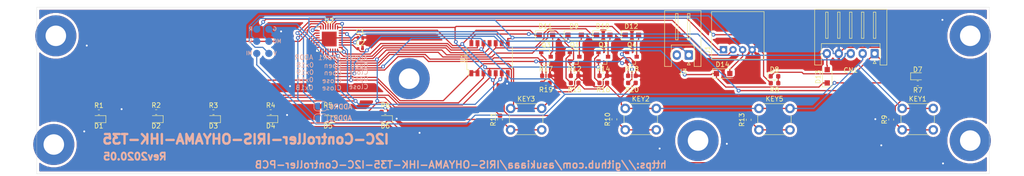
<source format=kicad_pcb>
(kicad_pcb (version 20171130) (host pcbnew 5.1.6-c6e7f7d~86~ubuntu18.04.1)
  (layers (0 F.Cu signal) (31 B.Cu signal) (34 B.Paste user) (35 F.Paste user) (36 B.SilkS user) (37 F.SilkS user) (38 B.Mask user) (39 F.Mask user) (44 Edge.Cuts user))
  (net 0 "")
  (net 1 GND)
  (net 2 "Net-(C1-Pad1)")
  (net 3 /D2)
  (net 4 /D4)
  (net 5 /CLK)
  (net 6 +5V)
  (net 7 "Net-(D1-Pad2)")
  (net 8 "Net-(D2-Pad2)")
  (net 9 "Net-(D3-Pad2)")
  (net 10 "Net-(D4-Pad2)")
  (net 11 "Net-(D5-Pad2)")
  (net 12 "Net-(D6-Pad2)")
  (net 13 "Net-(D7-Pad2)")
  (net 14 "Net-(D8-Pad2)")
  (net 15 "Net-(D9-Pad2)")
  (net 16 /A0)
  (net 17 "Net-(D10-Pad2)")
  (net 18 /D10)
  (net 19 "Net-(D11-Pad2)")
  (net 20 /A1)
  (net 21 "Net-(D12-Pad2)")
  (net 22 /A2)
  (net 23 /GROVE_5V)
  (net 24 /SDA)
  (net 25 /SCL)
  (net 26 /D12)
  (net 27 /D13)
  (net 28 /D11)
  (net 29 /RST)
  (net 30 "Net-(KEY1-Pad2)")
  (net 31 "Net-(KEY2-Pad2)")
  (net 32 "Net-(KEY3-Pad2)")
  (net 33 "Net-(KEY5-Pad2)")
  (net 34 /D8)
  (net 35 "Net-(Q1-Pad1)")
  (net 36 /D6)
  (net 37 "Net-(Q2-Pad1)")
  (net 38 /D7)
  (net 39 "Net-(Q3-Pad1)")
  (net 40 /D5)
  (net 41 "Net-(Q4-Pad1)")
  (net 42 /A3)
  (net 43 "Net-(U1-Pad9)")
  (net 44 /A6)
  (net 45 "Net-(U2-Pad13)")
  (net 46 "Net-(U2-Pad8)")
  (net 47 "Net-(U2-Pad7)")
  (net 48 "Net-(U2-Pad6)")
  (net 49 "Net-(U2-Pad3)")
  (net 50 /Controller_5V)
  (net 51 "Net-(J3-Pad2)")
  (net 52 /ADDR0)
  (net 53 /ADDR1)
  (net 54 "Net-(U2-Pad22)")
  (module Jumper:SolderJumper-2_P1.3mm_Open_RoundedPad1.0x1.5mm (layer B.Cu) (at 81.457 73.398)
    (fp_text reference JP2 hide)
    (fp_text value ADDR1_NO)
    (pad 2 smd custom (at 0.65 0) (size 1 0.5) (layers B.Cu B.Mask) (net 1 GND) (options (clearance outline) (anchor rect)) (primitives (gr_circle (center 0 -0.25) (end 0.5 -0.25) (width 0)) (gr_circle (center 0 0.25) (end 0.5 0.25) (width 0)) (gr_poly (pts (xy 0 0.75) (xy -0.5 0.75) (xy -0.5 -0.75) (xy 0 -0.75)) (width 0))))
    (pad 1 smd custom (at -0.65 0) (size 1 0.5) (layers B.Cu B.Mask) (net 53 /ADDR1) (options (clearance outline) (anchor rect)) (primitives (gr_circle (center 0 -0.25) (end 0.5 -0.25) (width 0)) (gr_circle (center 0 0.25) (end 0.5 0.25) (width 0)) (gr_poly (pts (xy 0 0.75) (xy 0.5 0.75) (xy 0.5 -0.75) (xy 0 -0.75)) (width 0))))
  )
  (module Jumper:SolderJumper-2_P1.3mm_Open_RoundedPad1.0x1.5mm (layer B.Cu) (at 81.457 70.773)
    (fp_text reference JP1 hide)
    (fp_text value ADDR0_NO)
    (pad 2 smd custom (at 0.65 0) (size 1 0.5) (layers B.Cu B.Mask) (net 1 GND) (options (clearance outline) (anchor rect)) (primitives (gr_circle (center 0 -0.25) (end 0.5 -0.25) (width 0)) (gr_circle (center 0 0.25) (end 0.5 0.25) (width 0)) (gr_poly (pts (xy 0 0.75) (xy -0.5 0.75) (xy -0.5 -0.75) (xy 0 -0.75)) (width 0))))
    (pad 1 smd custom (at -0.65 0) (size 1 0.5) (layers B.Cu B.Mask) (net 52 /ADDR0) (options (clearance outline) (anchor rect)) (primitives (gr_circle (center 0 -0.25) (end 0.5 -0.25) (width 0)) (gr_circle (center 0 0.25) (end 0.5 0.25) (width 0)) (gr_poly (pts (xy 0 0.75) (xy 0.5 0.75) (xy 0.5 -0.75) (xy 0 -0.75)) (width 0))))
  )
  (module footprints:SW_PUSH_6mm_center_like_smd (layer F.Cu) (at 176.5 73.5)
    (fp_text reference KEY5 (at 0 -4.25) (layer F.SilkS))
    (fp_text value oil_power)
    (pad 1 thru_hole circle (at 3.25 -2.25 90) (size 2 2) (drill 1.1) (layers *.Cu *.Mask) (net 4 /D4))
    (pad 2 thru_hole circle (at 3.25 2.25 90) (size 2 2) (drill 1.1) (layers *.Cu *.Mask) (net 33 "Net-(KEY5-Pad2)"))
    (pad 1 thru_hole circle (at -3.25 -2.25 90) (size 2 2) (drill 1.1) (layers *.Cu *.Mask) (net 4 /D4))
    (pad 2 thru_hole circle (at -3.25 2.25 90) (size 2 2) (drill 1.1) (layers *.Cu *.Mask) (net 33 "Net-(KEY5-Pad2)"))
  )
  (module footprints:SW_PUSH_6mm_center_like_smd (layer F.Cu) (at 124.5 73.5)
    (fp_text reference KEY3 (at 0 -4.25) (layer F.SilkS))
    (fp_text value power_down)
    (pad 1 thru_hole circle (at 3.25 -2.25 90) (size 2 2) (drill 1.1) (layers *.Cu *.Mask) (net 4 /D4))
    (pad 2 thru_hole circle (at 3.25 2.25 90) (size 2 2) (drill 1.1) (layers *.Cu *.Mask) (net 32 "Net-(KEY3-Pad2)"))
    (pad 1 thru_hole circle (at -3.25 -2.25 90) (size 2 2) (drill 1.1) (layers *.Cu *.Mask) (net 4 /D4))
    (pad 2 thru_hole circle (at -3.25 2.25 90) (size 2 2) (drill 1.1) (layers *.Cu *.Mask) (net 32 "Net-(KEY3-Pad2)"))
  )
  (module footprints:SW_PUSH_6mm_center_like_smd (layer F.Cu) (at 148.5 73.5)
    (fp_text reference KEY2 (at 0 -4.25) (layer F.SilkS))
    (fp_text value power_up)
    (pad 1 thru_hole circle (at 3.25 -2.25 90) (size 2 2) (drill 1.1) (layers *.Cu *.Mask) (net 4 /D4))
    (pad 2 thru_hole circle (at 3.25 2.25 90) (size 2 2) (drill 1.1) (layers *.Cu *.Mask) (net 31 "Net-(KEY2-Pad2)"))
    (pad 1 thru_hole circle (at -3.25 -2.25 90) (size 2 2) (drill 1.1) (layers *.Cu *.Mask) (net 4 /D4))
    (pad 2 thru_hole circle (at -3.25 2.25 90) (size 2 2) (drill 1.1) (layers *.Cu *.Mask) (net 31 "Net-(KEY2-Pad2)"))
  )
  (module footprints:SW_PUSH_6mm_center_like_smd (layer F.Cu) (at 206.5 73.5)
    (fp_text reference KEY1 (at 0 -4.25) (layer F.SilkS))
    (fp_text value normal_power)
    (pad 1 thru_hole circle (at 3.25 -2.25 90) (size 2 2) (drill 1.1) (layers *.Cu *.Mask) (net 4 /D4))
    (pad 2 thru_hole circle (at 3.25 2.25 90) (size 2 2) (drill 1.1) (layers *.Cu *.Mask) (net 30 "Net-(KEY1-Pad2)"))
    (pad 1 thru_hole circle (at -3.25 -2.25 90) (size 2 2) (drill 1.1) (layers *.Cu *.Mask) (net 4 /D4))
    (pad 2 thru_hole circle (at -3.25 2.25 90) (size 2 2) (drill 1.1) (layers *.Cu *.Mask) (net 30 "Net-(KEY1-Pad2)"))
  )
  (module MountingHole:MountingHole_4.3mm_M4_Pad (layer F.Cu) (at 100 65)
    (fp_text reference REF6 hide)
    (fp_text value MountingHole_4.3mm_M4_Pad)
    (pad 1 thru_hole circle (at 0 0) (size 8.6 8.6) (drill 4.3) (layers *.Cu *.Mask))
  )
  (module MountingHole:MountingHole_4.3mm_M4_Pad (layer F.Cu) (at 160.5 78)
    (fp_text reference REF5 hide)
    (fp_text value MountingHole_4.3mm_M4_Pad)
    (pad 1 thru_hole circle (at 0 0) (size 8.6 8.6) (drill 4.3) (layers *.Cu *.Mask))
  )
  (module MountingHole:MountingHole_4.3mm_M4_Pad (layer F.Cu) (at 217.5 78)
    (fp_text reference REF4 hide)
    (fp_text value MountingHole_4.3mm_M4_Pad)
    (pad 1 thru_hole circle (at 0 0) (size 8.6 8.6) (drill 4.3) (layers *.Cu *.Mask))
  )
  (module MountingHole:MountingHole_4.3mm_M4_Pad (layer F.Cu) (at 217.5 56)
    (fp_text reference REF3 hide)
    (fp_text value MountingHole_4.3mm_M4_Pad)
    (pad 1 thru_hole circle (at 0 0) (size 8.6 8.6) (drill 4.3) (layers *.Cu *.Mask))
  )
  (module MountingHole:MountingHole_4.3mm_M4_Pad (layer F.Cu) (at 25.575 78.825)
    (fp_text reference REF2 hide)
    (fp_text value MountingHole_4.3mm_M4_Pad)
    (pad 1 thru_hole circle (at 0 0) (size 8.6 8.6) (drill 4.3) (layers *.Cu *.Mask))
  )
  (module MountingHole:MountingHole_4.3mm_M4_Pad (layer F.Cu) (at 26 56)
    (fp_text reference REF1 hide)
    (fp_text value MountingHole_4.3mm_M4_Pad)
    (pad 1 thru_hole circle (at 0 0) (size 8.6 8.6) (drill 4.3) (layers *.Cu *.Mask))
  )
  (module Connector_JST:JST_XH_S5B-XH-A_1x05_P2.50mm_Horizontal (layer F.Cu) (at 197.475 59.725 180)
    (fp_text reference CN1 (at 5 -3.5) (layer F.SilkS))
    (fp_text value Conn_01x05)
    (pad 5 thru_hole oval (at 10 0 180) (size 1.7 1.95) (drill 0.95) (layers *.Cu *.Mask) (net 6 +5V))
    (pad 4 thru_hole oval (at 7.5 0 180) (size 1.7 1.95) (drill 0.95) (layers *.Cu *.Mask) (net 1 GND))
    (pad 3 thru_hole oval (at 5 0 180) (size 1.7 1.95) (drill 0.95) (layers *.Cu *.Mask) (net 5 /CLK))
    (pad 2 thru_hole oval (at 2.5 0 180) (size 1.7 1.95) (drill 0.95) (layers *.Cu *.Mask) (net 4 /D4))
    (pad 1 thru_hole roundrect (at 0 0 180) (size 1.7 1.95) (drill 0.95) (layers *.Cu *.Mask) (roundrect_rratio 0.147059) (net 3 /D2))
  )
  (module Connector_JST:JST_XH_S2B-XH-A_1x02_P2.50mm_Horizontal (layer F.Cu) (at 158.55 60.025 180)
    (fp_text reference J3 (at 1.25 -3.5) (layer F.SilkS))
    (fp_text value thermistor)
    (pad 2 thru_hole oval (at 2.5 0 180) (size 1.7 2) (drill 1) (layers *.Cu *.Mask) (net 51 "Net-(J3-Pad2)"))
    (pad 1 thru_hole roundrect (at 0 0 180) (size 1.7 2) (drill 1) (layers *.Cu *.Mask) (roundrect_rratio 0.147059) (net 44 /A6))
  )
  (module Package_DFN_QFN:QFN-32-1EP_5x5mm_P0.5mm_EP3.1x3.1mm (layer F.Cu) (at 83.25 56.675)
    (fp_text reference U2 (at 0 -3.82) (layer F.SilkS))
    (fp_text value ATmega328P-MU)
    (pad 33 smd rect (at 0 0) (size 3.1 3.1) (layers F.Cu F.Mask) (net 1 GND))
    (pad 32 smd roundrect (at -1.75 -2.4375) (size 0.25 0.875) (layers F.Cu F.Paste F.Mask) (net 3 /D2))
    (pad 31 smd roundrect (at -1.25 -2.4375) (size 0.25 0.875) (layers F.Cu F.Paste F.Mask) (net 53 /ADDR1))
    (pad 30 smd roundrect (at -0.75 -2.4375) (size 0.25 0.875) (layers F.Cu F.Paste F.Mask) (net 52 /ADDR0))
    (pad 29 smd roundrect (at -0.25 -2.4375) (size 0.25 0.875) (layers F.Cu F.Paste F.Mask) (net 29 /RST))
    (pad 28 smd roundrect (at 0.25 -2.4375) (size 0.25 0.875) (layers F.Cu F.Paste F.Mask) (net 25 /SCL))
    (pad 27 smd roundrect (at 0.75 -2.4375) (size 0.25 0.875) (layers F.Cu F.Paste F.Mask) (net 24 /SDA))
    (pad 26 smd roundrect (at 1.25 -2.4375) (size 0.25 0.875) (layers F.Cu F.Paste F.Mask) (net 42 /A3))
    (pad 25 smd roundrect (at 1.75 -2.4375) (size 0.25 0.875) (layers F.Cu F.Paste F.Mask) (net 22 /A2))
    (pad 24 smd roundrect (at 2.4375 -1.75) (size 0.875 0.25) (layers F.Cu F.Paste F.Mask) (net 20 /A1))
    (pad 23 smd roundrect (at 2.4375 -1.25) (size 0.875 0.25) (layers F.Cu F.Paste F.Mask) (net 16 /A0))
    (pad 22 smd roundrect (at 2.4375 -0.75) (size 0.875 0.25) (layers F.Cu F.Paste F.Mask) (net 54 "Net-(U2-Pad22)"))
    (pad 21 smd roundrect (at 2.4375 -0.25) (size 0.875 0.25) (layers F.Cu F.Paste F.Mask) (net 1 GND))
    (pad 20 smd roundrect (at 2.4375 0.25) (size 0.875 0.25) (layers F.Cu F.Paste F.Mask) (net 2 "Net-(C1-Pad1)"))
    (pad 19 smd roundrect (at 2.4375 0.75) (size 0.875 0.25) (layers F.Cu F.Paste F.Mask) (net 44 /A6))
    (pad 18 smd roundrect (at 2.4375 1.25) (size 0.875 0.25) (layers F.Cu F.Paste F.Mask) (net 50 /Controller_5V))
    (pad 17 smd roundrect (at 2.4375 1.75) (size 0.875 0.25) (layers F.Cu F.Paste F.Mask) (net 27 /D13))
    (pad 16 smd roundrect (at 1.75 2.4375) (size 0.25 0.875) (layers F.Cu F.Paste F.Mask) (net 26 /D12))
    (pad 15 smd roundrect (at 1.25 2.4375) (size 0.25 0.875) (layers F.Cu F.Paste F.Mask) (net 28 /D11))
    (pad 14 smd roundrect (at 0.75 2.4375) (size 0.25 0.875) (layers F.Cu F.Paste F.Mask) (net 18 /D10))
    (pad 13 smd roundrect (at 0.25 2.4375) (size 0.25 0.875) (layers F.Cu F.Paste F.Mask) (net 45 "Net-(U2-Pad13)"))
    (pad 12 smd roundrect (at -0.25 2.4375) (size 0.25 0.875) (layers F.Cu F.Paste F.Mask) (net 34 /D8))
    (pad 11 smd roundrect (at -0.75 2.4375) (size 0.25 0.875) (layers F.Cu F.Paste F.Mask) (net 38 /D7))
    (pad 10 smd roundrect (at -1.25 2.4375) (size 0.25 0.875) (layers F.Cu F.Paste F.Mask) (net 36 /D6))
    (pad 9 smd roundrect (at -1.75 2.4375) (size 0.25 0.875) (layers F.Cu F.Paste F.Mask) (net 40 /D5))
    (pad 8 smd roundrect (at -2.4375 1.75) (size 0.875 0.25) (layers F.Cu F.Paste F.Mask) (net 46 "Net-(U2-Pad8)"))
    (pad 7 smd roundrect (at -2.4375 1.25) (size 0.875 0.25) (layers F.Cu F.Paste F.Mask) (net 47 "Net-(U2-Pad7)"))
    (pad 6 smd roundrect (at -2.4375 0.75) (size 0.875 0.25) (layers F.Cu F.Paste F.Mask) (net 48 "Net-(U2-Pad6)"))
    (pad 5 smd roundrect (at -2.4375 0.25) (size 0.875 0.25) (layers F.Cu F.Paste F.Mask) (net 1 GND))
    (pad 4 smd roundrect (at -2.4375 -0.25) (size 0.875 0.25) (layers F.Cu F.Paste F.Mask) (net 50 /Controller_5V))
    (pad 3 smd roundrect (at -2.4375 -0.75) (size 0.875 0.25) (layers F.Cu F.Paste F.Mask) (net 49 "Net-(U2-Pad3)"))
    (pad 2 smd roundrect (at -2.4375 -1.25) (size 0.875 0.25) (layers F.Cu F.Paste F.Mask) (net 4 /D4))
    (pad 1 smd roundrect (at -2.4375 -1.75) (size 0.875 0.25) (layers F.Cu F.Paste F.Mask) (net 5 /CLK))
  )
  (module footprints:SOP-14_4.4x9.2mm_P1.27mm (layer F.Cu) (at 116.84 60.706 90)
    (fp_text reference U1 (at 0 -5.565 90) (layer F.SilkS))
    (fp_text value 74HC164)
    (pad 14 smd rect (at 3.15 -3.815 90) (size 1.3 0.8) (layers F.Cu F.Paste F.Mask) (net 6 +5V))
    (pad 13 smd rect (at 3.15 -2.535 90) (size 1.3 0.8) (layers F.Cu F.Paste F.Mask) (net 27 /D13))
    (pad 12 smd rect (at 3.15 -1.275 90) (size 1.3 0.8) (layers F.Cu F.Paste F.Mask) (net 26 /D12))
    (pad 11 smd rect (at 3.15 -0.005 90) (size 1.3 0.8) (layers F.Cu F.Paste F.Mask) (net 28 /D11))
    (pad 10 smd rect (at 3.15 1.275 90) (size 1.3 0.8) (layers F.Cu F.Paste F.Mask) (net 18 /D10))
    (pad 9 smd rect (at 3.15 2.545 90) (size 1.3 0.8) (layers F.Cu F.Paste F.Mask) (net 43 "Net-(U1-Pad9)"))
    (pad 8 smd rect (at 3.15 3.805 90) (size 1.3 0.8) (layers F.Cu F.Paste F.Mask) (net 5 /CLK))
    (pad 7 smd rect (at -3.15 3.805 90) (size 1.3 0.8) (layers F.Cu F.Paste F.Mask) (net 1 GND))
    (pad 6 smd rect (at -3.15 2.545 90) (size 1.3 0.8) (layers F.Cu F.Paste F.Mask) (net 42 /A3))
    (pad 5 smd rect (at -3.15 1.275 90) (size 1.3 0.8) (layers F.Cu F.Paste F.Mask) (net 22 /A2))
    (pad 4 smd rect (at -3.15 -0.005 90) (size 1.3 0.8) (layers F.Cu F.Paste F.Mask) (net 20 /A1))
    (pad 3 smd rect (at -3.15 -1.275 90) (size 1.3 0.8) (layers F.Cu F.Paste F.Mask) (net 16 /A0))
    (pad 2 smd rect (at -3.15 -2.535 90) (size 1.3 0.8) (layers F.Cu F.Paste F.Mask) (net 4 /D4))
    (pad 1 smd rect (at -3.15 -3.815 90) (size 1.3 0.8) (layers F.Cu F.Paste F.Mask) (net 4 /D4))
  )
  (module Resistor_SMD:R_0603_1608Metric (layer F.Cu) (at 146.648 65.891 180)
    (fp_text reference R20 (at 0 -1.43) (layer F.SilkS))
    (fp_text value 1k)
    (pad 2 smd roundrect (at 0.7875 0 180) (size 0.875 0.95) (layers F.Cu F.Paste F.Mask) (net 41 "Net-(Q4-Pad1)"))
    (pad 1 smd roundrect (at -0.7875 0 180) (size 0.875 0.95) (layers F.Cu F.Paste F.Mask) (net 4 /D4))
  )
  (module Resistor_SMD:R_0603_1608Metric (layer F.Cu) (at 128.648 65.891 180)
    (fp_text reference R19 (at 0 -1.43) (layer F.SilkS))
    (fp_text value 1k)
    (pad 2 smd roundrect (at 0.7875 0 180) (size 0.875 0.95) (layers F.Cu F.Paste F.Mask) (net 39 "Net-(Q3-Pad1)"))
    (pad 1 smd roundrect (at -0.7875 0 180) (size 0.875 0.95) (layers F.Cu F.Paste F.Mask) (net 4 /D4))
  )
  (module Resistor_SMD:R_0603_1608Metric (layer F.Cu) (at 146.648 64.391)
    (fp_text reference R18 (at 0 -1.43) (layer F.SilkS))
    (fp_text value 1k)
    (pad 2 smd roundrect (at 0.7875 0) (size 0.875 0.95) (layers F.Cu F.Paste F.Mask) (net 1 GND))
    (pad 1 smd roundrect (at -0.7875 0) (size 0.875 0.95) (layers F.Cu F.Paste F.Mask) (net 40 /D5))
  )
  (module Resistor_SMD:R_0603_1608Metric (layer F.Cu) (at 128.648 64.391)
    (fp_text reference R17 (at 0 -1.43) (layer F.SilkS))
    (fp_text value 1k)
    (pad 2 smd roundrect (at 0.7875 0) (size 0.875 0.95) (layers F.Cu F.Paste F.Mask) (net 1 GND))
    (pad 1 smd roundrect (at -0.7875 0) (size 0.875 0.95) (layers F.Cu F.Paste F.Mask) (net 38 /D7))
  )
  (module Resistor_SMD:R_0603_1608Metric (layer F.Cu) (at 140.648 65.891 180)
    (fp_text reference R16 (at 0 -1.43) (layer F.SilkS))
    (fp_text value 1k)
    (pad 2 smd roundrect (at 0.7875 0 180) (size 0.875 0.95) (layers F.Cu F.Paste F.Mask) (net 37 "Net-(Q2-Pad1)"))
    (pad 1 smd roundrect (at -0.7875 0 180) (size 0.875 0.95) (layers F.Cu F.Paste F.Mask) (net 4 /D4))
  )
  (module Resistor_SMD:R_0603_1608Metric (layer F.Cu) (at 134.648 65.891 180)
    (fp_text reference R15 (at 0 -1.43) (layer F.SilkS))
    (fp_text value 1k)
    (pad 2 smd roundrect (at 0.7875 0 180) (size 0.875 0.95) (layers F.Cu F.Paste F.Mask) (net 35 "Net-(Q1-Pad1)"))
    (pad 1 smd roundrect (at -0.7875 0 180) (size 0.875 0.95) (layers F.Cu F.Paste F.Mask) (net 4 /D4))
  )
  (module Resistor_SMD:R_0603_1608Metric (layer F.Cu) (at 140.648 64.391)
    (fp_text reference R14 (at 0 -1.43) (layer F.SilkS))
    (fp_text value 1k)
    (pad 2 smd roundrect (at 0.7875 0) (size 0.875 0.95) (layers F.Cu F.Paste F.Mask) (net 1 GND))
    (pad 1 smd roundrect (at -0.7875 0) (size 0.875 0.95) (layers F.Cu F.Paste F.Mask) (net 36 /D6))
  )
  (module Resistor_SMD:R_0603_1608Metric (layer F.Cu) (at 171.1 73.6375 90)
    (fp_text reference R13 (at 0 -1.43 90) (layer F.SilkS))
    (fp_text value 2k)
    (pad 2 smd roundrect (at 0.7875 0 90) (size 0.875 0.95) (layers F.Cu F.Paste F.Mask) (net 18 /D10))
    (pad 1 smd roundrect (at -0.7875 0 90) (size 0.875 0.95) (layers F.Cu F.Paste F.Mask) (net 33 "Net-(KEY5-Pad2)"))
  )
  (module Resistor_SMD:R_0603_1608Metric (layer F.Cu) (at 134.648 64.391)
    (fp_text reference R12 (at 0 -1.43) (layer F.SilkS))
    (fp_text value 1k)
    (pad 2 smd roundrect (at 0.7875 0) (size 0.875 0.95) (layers F.Cu F.Paste F.Mask) (net 1 GND))
    (pad 1 smd roundrect (at -0.7875 0) (size 0.875 0.95) (layers F.Cu F.Paste F.Mask) (net 34 /D8))
  )
  (module Resistor_SMD:R_0603_1608Metric (layer F.Cu) (at 119.025 73.5625 90)
    (fp_text reference R11 (at 0 -1.43 90) (layer F.SilkS))
    (fp_text value 2k)
    (pad 2 smd roundrect (at 0.7875 0 90) (size 0.875 0.95) (layers F.Cu F.Paste F.Mask) (net 22 /A2))
    (pad 1 smd roundrect (at -0.7875 0 90) (size 0.875 0.95) (layers F.Cu F.Paste F.Mask) (net 32 "Net-(KEY3-Pad2)"))
  )
  (module Resistor_SMD:R_0603_1608Metric (layer F.Cu) (at 142.975 73.5375 90)
    (fp_text reference R10 (at 0 -1.43 90) (layer F.SilkS))
    (fp_text value 2k)
    (pad 2 smd roundrect (at 0.7875 0 90) (size 0.875 0.95) (layers F.Cu F.Paste F.Mask) (net 20 /A1))
    (pad 1 smd roundrect (at -0.7875 0 90) (size 0.875 0.95) (layers F.Cu F.Paste F.Mask) (net 31 "Net-(KEY2-Pad2)"))
  )
  (module Resistor_SMD:R_0603_1608Metric (layer F.Cu) (at 200.95 73.5875 90)
    (fp_text reference R9 (at 0 -1.43 90) (layer F.SilkS))
    (fp_text value 2k)
    (pad 2 smd roundrect (at 0.7875 0 90) (size 0.875 0.95) (layers F.Cu F.Paste F.Mask) (net 16 /A0))
    (pad 1 smd roundrect (at -0.7875 0 90) (size 0.875 0.95) (layers F.Cu F.Paste F.Mask) (net 30 "Net-(KEY1-Pad2)"))
  )
  (module Resistor_SMD:R_0603_1608Metric (layer F.Cu) (at 176.512 65.95 180)
    (fp_text reference R8 (at 0 -1.43) (layer F.SilkS))
    (fp_text value 1k)
    (pad 2 smd roundrect (at 0.7875 0 180) (size 0.875 0.95) (layers F.Cu F.Paste F.Mask) (net 27 /D13))
    (pad 1 smd roundrect (at -0.7875 0 180) (size 0.875 0.95) (layers F.Cu F.Paste F.Mask) (net 14 "Net-(D8-Pad2)"))
  )
  (module Resistor_SMD:R_0603_1608Metric (layer F.Cu) (at 206.512 65.975 180)
    (fp_text reference R7 (at 0 -1.43) (layer F.SilkS))
    (fp_text value 1k)
    (pad 2 smd roundrect (at 0.7875 0 180) (size 0.875 0.95) (layers F.Cu F.Paste F.Mask) (net 26 /D12))
    (pad 1 smd roundrect (at -0.7875 0 180) (size 0.875 0.95) (layers F.Cu F.Paste F.Mask) (net 13 "Net-(D7-Pad2)"))
  )
  (module Resistor_SMD:R_0603_1608Metric (layer F.Cu) (at 95 72)
    (fp_text reference R6 (at 0 -1.43) (layer F.SilkS))
    (fp_text value 1k)
    (pad 2 smd roundrect (at 0.7875 0) (size 0.875 0.95) (layers F.Cu F.Paste F.Mask) (net 28 /D11))
    (pad 1 smd roundrect (at -0.7875 0) (size 0.875 0.95) (layers F.Cu F.Paste F.Mask) (net 12 "Net-(D6-Pad2)"))
  )
  (module Resistor_SMD:R_0603_1608Metric (layer F.Cu) (at 83.0125 72.025)
    (fp_text reference R5 (at 0 -1.43) (layer F.SilkS))
    (fp_text value 1k)
    (pad 2 smd roundrect (at 0.7875 0) (size 0.875 0.95) (layers F.Cu F.Paste F.Mask) (net 18 /D10))
    (pad 1 smd roundrect (at -0.7875 0) (size 0.875 0.95) (layers F.Cu F.Paste F.Mask) (net 11 "Net-(D5-Pad2)"))
  )
  (module Resistor_SMD:R_0603_1608Metric (layer F.Cu) (at 71 72.025)
    (fp_text reference R4 (at 0 -1.43) (layer F.SilkS))
    (fp_text value 1k)
    (pad 2 smd roundrect (at 0.7875 0) (size 0.875 0.95) (layers F.Cu F.Paste F.Mask) (net 42 /A3))
    (pad 1 smd roundrect (at -0.7875 0) (size 0.875 0.95) (layers F.Cu F.Paste F.Mask) (net 10 "Net-(D4-Pad2)"))
  )
  (module Resistor_SMD:R_0603_1608Metric (layer F.Cu) (at 59.0125 72.05)
    (fp_text reference R3 (at 0 -1.43) (layer F.SilkS))
    (fp_text value 1k)
    (pad 2 smd roundrect (at 0.7875 0) (size 0.875 0.95) (layers F.Cu F.Paste F.Mask) (net 22 /A2))
    (pad 1 smd roundrect (at -0.7875 0) (size 0.875 0.95) (layers F.Cu F.Paste F.Mask) (net 9 "Net-(D3-Pad2)"))
  )
  (module Resistor_SMD:R_0603_1608Metric (layer F.Cu) (at 47.0125 72.025)
    (fp_text reference R2 (at 0 -1.43) (layer F.SilkS))
    (fp_text value 1k)
    (pad 2 smd roundrect (at 0.7875 0) (size 0.875 0.95) (layers F.Cu F.Paste F.Mask) (net 20 /A1))
    (pad 1 smd roundrect (at -0.7875 0) (size 0.875 0.95) (layers F.Cu F.Paste F.Mask) (net 8 "Net-(D2-Pad2)"))
  )
  (module Resistor_SMD:R_0603_1608Metric (layer F.Cu) (at 35.0125 72.05)
    (fp_text reference R1 (at 0 -1.43) (layer F.SilkS))
    (fp_text value 1k)
    (pad 2 smd roundrect (at 0.7875 0) (size 0.875 0.95) (layers F.Cu F.Paste F.Mask) (net 16 /A0))
    (pad 1 smd roundrect (at -0.7875 0) (size 0.875 0.95) (layers F.Cu F.Paste F.Mask) (net 7 "Net-(D1-Pad2)"))
  )
  (module Package_TO_SOT_SMD:SOT-23 (layer F.Cu) (at 146.648 60.391)
    (fp_text reference Q4 (at 0 -2.5) (layer F.SilkS))
    (fp_text value Q_NMOS_DGS)
    (pad 3 smd rect (at 1 0) (size 0.9 0.8) (layers F.Cu F.Paste F.Mask) (net 21 "Net-(D12-Pad2)"))
    (pad 2 smd rect (at -1 0.95) (size 0.9 0.8) (layers F.Cu F.Paste F.Mask) (net 40 /D5))
    (pad 1 smd rect (at -1 -0.95) (size 0.9 0.8) (layers F.Cu F.Paste F.Mask) (net 41 "Net-(Q4-Pad1)"))
  )
  (module Package_TO_SOT_SMD:SOT-23 (layer F.Cu) (at 128.648 60.391)
    (fp_text reference Q3 (at 0 -2.5) (layer F.SilkS))
    (fp_text value Q_NMOS_DGS)
    (pad 3 smd rect (at 1 0) (size 0.9 0.8) (layers F.Cu F.Paste F.Mask) (net 19 "Net-(D11-Pad2)"))
    (pad 2 smd rect (at -1 0.95) (size 0.9 0.8) (layers F.Cu F.Paste F.Mask) (net 38 /D7))
    (pad 1 smd rect (at -1 -0.95) (size 0.9 0.8) (layers F.Cu F.Paste F.Mask) (net 39 "Net-(Q3-Pad1)"))
  )
  (module Package_TO_SOT_SMD:SOT-23 (layer F.Cu) (at 140.648 60.391)
    (fp_text reference Q2 (at 0 -2.5) (layer F.SilkS))
    (fp_text value Q_NMOS_DGS)
    (pad 3 smd rect (at 1 0) (size 0.9 0.8) (layers F.Cu F.Paste F.Mask) (net 17 "Net-(D10-Pad2)"))
    (pad 2 smd rect (at -1 0.95) (size 0.9 0.8) (layers F.Cu F.Paste F.Mask) (net 36 /D6))
    (pad 1 smd rect (at -1 -0.95) (size 0.9 0.8) (layers F.Cu F.Paste F.Mask) (net 37 "Net-(Q2-Pad1)"))
  )
  (module Package_TO_SOT_SMD:SOT-23 (layer F.Cu) (at 134.648 60.391)
    (fp_text reference Q1 (at 0 -2.5) (layer F.SilkS))
    (fp_text value Q_NMOS_DGS)
    (pad 3 smd rect (at 1 0) (size 0.9 0.8) (layers F.Cu F.Paste F.Mask) (net 15 "Net-(D9-Pad2)"))
    (pad 2 smd rect (at -1 0.95) (size 0.9 0.8) (layers F.Cu F.Paste F.Mask) (net 34 /D8))
    (pad 1 smd rect (at -1 -0.95) (size 0.9 0.8) (layers F.Cu F.Paste F.Mask) (net 35 "Net-(Q1-Pad1)"))
  )
  (module my-kicad-footprints:2x03_P2.54mm_Pads (layer B.Cu) (at 69.342 57.15)
    (fp_text reference J2 hide)
    (fp_text value Conn_01x06)
    (fp_text user R (at -2.5146 -2.5654) (layer B.SilkS) (effects (font (size 0.8 0.8)) (justify mirror)))
    (fp_text user G (at 2.5146 -2.6035) (layer B.SilkS) (effects (font (size 0.8 0.8)) (justify mirror)))
    (fp_text user MO (at 2.9972 -0.0254) (layer B.SilkS) (effects (font (size 0.8 0.8)) (justify mirror)))
    (fp_text user S (at -2.5527 0.0254) (layer B.SilkS) (effects (font (size 0.8 0.8)) (justify mirror)))
    (fp_text user V (at 2.5527 2.5654) (layer B.SilkS) (effects (font (size 0.8 0.8)) (justify mirror)))
    (fp_text user MI (at -2.8575 2.5019) (layer B.SilkS) (effects (font (size 0.8 0.8)) (justify mirror)))
    (pad 1 connect circle (at -1.27 2.54) (size 1.524 1.524) (layers B.Cu B.Mask) (net 26 /D12))
    (pad 2 connect circle (at 1.27 2.54) (size 1.524 1.524) (layers B.Cu B.Mask) (net 23 /GROVE_5V))
    (pad 3 connect circle (at -1.27 0) (size 1.524 1.524) (layers B.Cu B.Mask) (net 27 /D13))
    (pad 4 connect circle (at 1.27 0) (size 1.524 1.524) (layers B.Cu B.Mask) (net 28 /D11))
    (pad 5 connect circle (at -1.27 -2.54) (size 1.524 1.524) (layers B.Cu B.Mask) (net 29 /RST))
    (pad 6 connect circle (at 1.27 -2.54) (size 1.524 1.524) (layers B.Cu B.Mask) (net 1 GND))
  )
  (module my-kicad-footprints:NS-Tech_Grove_1x04_P2mm_Horizontal (layer F.Cu) (at 168.825 58.925 90)
    (fp_text reference J1 (at -0.0127 -6.3246 90) (layer F.SilkS))
    (fp_text value Grove)
    (pad 4 thru_hole circle (at 0 3 90) (size 1.524 1.524) (drill 0.762) (layers *.Cu *.Mask) (net 1 GND))
    (pad 3 thru_hole circle (at 0 1 90) (size 1.524 1.524) (drill 0.762) (layers *.Cu *.Mask) (net 23 /GROVE_5V))
    (pad 2 thru_hole circle (at 0 -1 90) (size 1.524 1.524) (drill 0.762) (layers *.Cu *.Mask) (net 24 /SDA))
    (pad 1 thru_hole rect (at 0 -3 90) (size 1.524 1.524) (drill 0.762) (layers *.Cu *.Mask) (net 25 /SCL))
  )
  (module Diode_SMD:D_SOD-123F (layer F.Cu) (at 165.75 63.925)
    (fp_text reference D14 (at -0.127 -1.905) (layer F.SilkS))
    (fp_text value D)
    (pad 2 smd rect (at 1.4 0) (size 1.1 1.1) (layers F.Cu F.Paste F.Mask) (net 23 /GROVE_5V))
    (pad 1 smd rect (at -1.4 0) (size 1.1 1.1) (layers F.Cu F.Paste F.Mask) (net 50 /Controller_5V))
  )
  (module Diode_SMD:D_SOD-123F (layer F.Cu) (at 187.55 64.5 90)
    (fp_text reference D13 (at -0.127 -1.905 90) (layer F.SilkS))
    (fp_text value D)
    (pad 2 smd rect (at 1.4 0 90) (size 1.1 1.1) (layers F.Cu F.Paste F.Mask) (net 6 +5V))
    (pad 1 smd rect (at -1.4 0 90) (size 1.1 1.1) (layers F.Cu F.Paste F.Mask) (net 50 /Controller_5V))
  )
  (module Diode_SMD:D_SOD-123F (layer F.Cu) (at 146.648 55.891)
    (fp_text reference D12 (at -0.127 -1.905) (layer F.SilkS))
    (fp_text value D)
    (pad 2 smd rect (at 1.4 0) (size 1.1 1.1) (layers F.Cu F.Paste F.Mask) (net 21 "Net-(D12-Pad2)"))
    (pad 1 smd rect (at -1.4 0) (size 1.1 1.1) (layers F.Cu F.Paste F.Mask) (net 22 /A2))
  )
  (module Diode_SMD:D_SOD-123F (layer F.Cu) (at 128.648 55.891)
    (fp_text reference D11 (at -0.127 -1.905) (layer F.SilkS))
    (fp_text value D)
    (pad 2 smd rect (at 1.4 0) (size 1.1 1.1) (layers F.Cu F.Paste F.Mask) (net 19 "Net-(D11-Pad2)"))
    (pad 1 smd rect (at -1.4 0) (size 1.1 1.1) (layers F.Cu F.Paste F.Mask) (net 20 /A1))
  )
  (module Diode_SMD:D_SOD-123F (layer F.Cu) (at 140.648 55.891)
    (fp_text reference D10 (at -0.127 -1.905) (layer F.SilkS))
    (fp_text value D)
    (pad 2 smd rect (at 1.4 0) (size 1.1 1.1) (layers F.Cu F.Paste F.Mask) (net 17 "Net-(D10-Pad2)"))
    (pad 1 smd rect (at -1.4 0) (size 1.1 1.1) (layers F.Cu F.Paste F.Mask) (net 18 /D10))
  )
  (module Diode_SMD:D_SOD-123F (layer F.Cu) (at 134.648 55.891)
    (fp_text reference D9 (at -0.127 -1.905) (layer F.SilkS))
    (fp_text value D)
    (pad 2 smd rect (at 1.4 0) (size 1.1 1.1) (layers F.Cu F.Paste F.Mask) (net 15 "Net-(D9-Pad2)"))
    (pad 1 smd rect (at -1.4 0) (size 1.1 1.1) (layers F.Cu F.Paste F.Mask) (net 16 /A0))
  )
  (module LED_SMD:LED_0603_1608Metric (layer F.Cu) (at 176.5 64.5)
    (fp_text reference D8 (at 0 -1.43) (layer F.SilkS))
    (fp_text value OilState)
    (pad 2 smd roundrect (at 0.7875 0) (size 0.875 0.95) (layers F.Cu F.Paste F.Mask) (net 14 "Net-(D8-Pad2)"))
    (pad 1 smd roundrect (at -0.7875 0) (size 0.875 0.95) (layers F.Cu F.Paste F.Mask) (net 3 /D2))
  )
  (module LED_SMD:LED_0603_1608Metric (layer F.Cu) (at 206.5 64.5)
    (fp_text reference D7 (at 0 -1.43) (layer F.SilkS))
    (fp_text value NomalState)
    (pad 2 smd roundrect (at 0.7875 0) (size 0.875 0.95) (layers F.Cu F.Paste F.Mask) (net 13 "Net-(D7-Pad2)"))
    (pad 1 smd roundrect (at -0.7875 0) (size 0.875 0.95) (layers F.Cu F.Paste F.Mask) (net 3 /D2))
  )
  (module LED_SMD:LED_0603_1608Metric (layer F.Cu) (at 95 73.5 180)
    (fp_text reference D6 (at 0 -1.43) (layer F.SilkS))
    (fp_text value Level6)
    (pad 2 smd roundrect (at 0.7875 0 180) (size 0.875 0.95) (layers F.Cu F.Paste F.Mask) (net 12 "Net-(D6-Pad2)"))
    (pad 1 smd roundrect (at -0.7875 0 180) (size 0.875 0.95) (layers F.Cu F.Paste F.Mask) (net 3 /D2))
  )
  (module LED_SMD:LED_0603_1608Metric (layer F.Cu) (at 83 73.5 180)
    (fp_text reference D5 (at 0 -1.43) (layer F.SilkS))
    (fp_text value Level5)
    (pad 2 smd roundrect (at 0.7875 0 180) (size 0.875 0.95) (layers F.Cu F.Paste F.Mask) (net 11 "Net-(D5-Pad2)"))
    (pad 1 smd roundrect (at -0.7875 0 180) (size 0.875 0.95) (layers F.Cu F.Paste F.Mask) (net 3 /D2))
  )
  (module LED_SMD:LED_0603_1608Metric (layer F.Cu) (at 71 73.5 180)
    (fp_text reference D4 (at 0 -1.43) (layer F.SilkS))
    (fp_text value Level4)
    (pad 2 smd roundrect (at 0.7875 0 180) (size 0.875 0.95) (layers F.Cu F.Paste F.Mask) (net 10 "Net-(D4-Pad2)"))
    (pad 1 smd roundrect (at -0.7875 0 180) (size 0.875 0.95) (layers F.Cu F.Paste F.Mask) (net 3 /D2))
  )
  (module LED_SMD:LED_0603_1608Metric (layer F.Cu) (at 59 73.5 180)
    (fp_text reference D3 (at 0 -1.43) (layer F.SilkS))
    (fp_text value Level3)
    (pad 2 smd roundrect (at 0.7875 0 180) (size 0.875 0.95) (layers F.Cu F.Paste F.Mask) (net 9 "Net-(D3-Pad2)"))
    (pad 1 smd roundrect (at -0.7875 0 180) (size 0.875 0.95) (layers F.Cu F.Paste F.Mask) (net 3 /D2))
  )
  (module LED_SMD:LED_0603_1608Metric (layer F.Cu) (at 47 73.5 180)
    (fp_text reference D2 (at 0 -1.43) (layer F.SilkS))
    (fp_text value Level2)
    (pad 2 smd roundrect (at 0.7875 0 180) (size 0.875 0.95) (layers F.Cu F.Paste F.Mask) (net 8 "Net-(D2-Pad2)"))
    (pad 1 smd roundrect (at -0.7875 0 180) (size 0.875 0.95) (layers F.Cu F.Paste F.Mask) (net 3 /D2))
  )
  (module LED_SMD:LED_0603_1608Metric (layer F.Cu) (at 35 73.5 180)
    (fp_text reference D1 (at 0 -1.43) (layer F.SilkS))
    (fp_text value Level1)
    (pad 2 smd roundrect (at 0.7875 0 180) (size 0.875 0.95) (layers F.Cu F.Paste F.Mask) (net 7 "Net-(D1-Pad2)"))
    (pad 1 smd roundrect (at -0.7875 0 180) (size 0.875 0.95) (layers F.Cu F.Paste F.Mask) (net 3 /D2))
  )
  (module Capacitor_SMD:C_0402_1005Metric (layer F.Cu) (at 89.74 58.7)
    (fp_text reference C2 (at 0 -1.17) (layer F.SilkS))
    (fp_text value 0.1uf)
    (pad 2 smd roundrect (at 0.485 0) (size 0.59 0.64) (layers F.Cu F.Paste F.Mask) (net 1 GND))
    (pad 1 smd roundrect (at -0.485 0) (size 0.59 0.64) (layers F.Cu F.Paste F.Mask) (net 50 /Controller_5V))
  )
  (module Capacitor_SMD:C_0402_1005Metric (layer F.Cu) (at 89.765 56.35)
    (fp_text reference C1 (at 0 -1.17) (layer F.SilkS))
    (fp_text value 0.1uf)
    (pad 2 smd roundrect (at 0.485 0) (size 0.59 0.64) (layers F.Cu F.Paste F.Mask) (net 1 GND))
    (pad 1 smd roundrect (at -0.485 0) (size 0.59 0.64) (layers F.Cu F.Paste F.Mask) (net 2 "Net-(C1-Pad1)"))
  )
  (gr_text Close (at 89.397 66.681) (layer B.SilkS) (effects (font (size 1 1)) (justify mirror)))
  (gr_text Close (at 89.397 63.633) (layer B.SilkS) (effects (font (size 1 1)) (justify mirror)))
  (gr_text Open (at 89.597 65.024) (layer B.SilkS) (effects (font (size 1 1)) (justify mirror)))
  (gr_text Open (at 89.597 62.237) (layer B.SilkS) (effects (font (size 1 1)) (justify mirror)))
  (gr_text ADDR (at 77.959 60.536) (layer B.SilkS) (effects (font (size 1 1)) (justify mirror)))
  (gr_text https://github.com/asukiaaa/IRIS-OHYAMA-IHK-T35-I2C-Controller-PCB (at 110.8 83.075) (layer B.SilkS) (effects (font (size 1.5 1.5) (thickness 0.3)) (justify mirror)))
  (gr_text Rev2020.05 (at 42.55 81.35) (layer B.SilkS) (effects (font (size 1.5 1.5) (thickness 0.375)) (justify mirror)))
  (gr_text I2C-Controller-IRIS-OHYAMA-IHK-T35 (at 65.775 77.725) (layer B.SilkS) (effects (font (size 2 2) (thickness 0.5)) (justify mirror)))
  (gr_text 0x1B (at 78.059 66.886) (layer B.SilkS) (effects (font (size 1 1)) (justify mirror)))
  (gr_text 0x1A (at 78.184 65.236) (layer B.SilkS) (effects (font (size 1 1)) (justify mirror)))
  (gr_text 0x19 (at 78.184 63.661) (layer B.SilkS) (effects (font (size 1 1)) (justify mirror)))
  (gr_text 0x18 (at 78.184 62.136) (layer B.SilkS) (effects (font (size 1 1)) (justify mirror)))
  (gr_text Close (at 83.784 66.936) (layer B.SilkS) (effects (font (size 1 1)) (justify mirror)))
  (gr_text Close (at 83.809 65.411) (layer B.SilkS) (effects (font (size 1 1)) (justify mirror)))
  (gr_text Open (at 84.009 63.761) (layer B.SilkS) (effects (font (size 1 1)) (justify mirror)))
  (gr_text Open (at 84.009 62.236) (layer B.SilkS) (effects (font (size 1 1)) (justify mirror)))
  (gr_text ADDR0 (at 88.9 60.706) (layer B.SilkS) (effects (font (size 1 1)) (justify mirror)))
  (gr_text ADDR1 (at 83.334 60.586) (layer B.SilkS) (effects (font (size 1 1)) (justify mirror)))
  (gr_text ADDR0 (at 85.657 70.898) (layer B.SilkS) (effects (font (size 1 1) (thickness 0.2)) (justify mirror)))
  (gr_text ADDR1 (at 85.582 73.273) (layer B.SilkS) (effects (font (size 1 1) (thickness 0.2)) (justify mirror)))
  (gr_line (start 221.5 50) (end 22 50) (layer Edge.Cuts) (width 0.05))
  (gr_line (start 221.5 85) (end 221.5 50) (layer Edge.Cuts) (width 0.05))
  (gr_line (start 22 85) (end 221.5 85) (layer Edge.Cuts) (width 0.05))
  (gr_line (start 22 50) (end 22 85) (layer Edge.Cuts) (width 0.05))
  (segment (start 83.25 56.675) (end 83 56.925) (width 0.25) (layer F.Cu) (net 1))
  (segment (start 83 56.925) (end 80.8125 56.925) (width 0.25) (layer F.Cu) (net 1))
  (segment (start 85.6875 56.425) (end 83.5 56.425) (width 0.25) (layer F.Cu) (net 1))
  (segment (start 83.5 56.425) (end 83.25 56.675) (width 0.25) (layer F.Cu) (net 1))
  (segment (start 135.4246 64.6354) (end 136.1285 65.3394) (width 0.25) (layer F.Cu) (net 1))
  (segment (start 136.1285 65.3394) (end 136.7655 65.3394) (width 0.25) (layer F.Cu) (net 1))
  (segment (start 136.7655 65.3394) (end 137.2157 65.7896) (width 0.25) (layer F.Cu) (net 1))
  (segment (start 137.2157 65.7896) (end 137.8526 65.7896) (width 0.25) (layer F.Cu) (net 1))
  (segment (start 137.8526 65.7896) (end 138.7685 66.7055) (width 0.25) (layer F.Cu) (net 1))
  (segment (start 138.7685 66.7055) (end 140.3115 66.7055) (width 0.25) (layer F.Cu) (net 1))
  (segment (start 140.3115 66.7055) (end 140.648 66.369) (width 0.25) (layer F.Cu) (net 1))
  (segment (start 140.648 66.369) (end 140.648 65.1785) (width 0.25) (layer F.Cu) (net 1))
  (segment (start 140.648 65.1785) (end 141.4355 64.391) (width 0.25) (layer F.Cu) (net 1))
  (segment (start 147.4355 63.0496) (end 147.4355 64.391) (width 0.25) (layer F.Cu) (net 1))
  (segment (start 141.4355 64.391) (end 141.4355 63.866) (width 0.25) (layer F.Cu) (net 1))
  (segment (start 141.4355 63.866) (end 144.6892 60.6123) (width 0.25) (layer F.Cu) (net 1))
  (segment (start 144.6892 60.6123) (end 146.2483 60.6123) (width 0.25) (layer F.Cu) (net 1))
  (segment (start 146.2483 60.6123) (end 147.4355 61.7995) (width 0.25) (layer F.Cu) (net 1))
  (segment (start 147.4355 61.7995) (end 147.4355 63.0496) (width 0.25) (layer F.Cu) (net 1))
  (segment (start 171.825 58.925) (end 171.825 60.8778) (width 0.25) (layer F.Cu) (net 1))
  (segment (start 171.825 60.8778) (end 167.9024 64.8004) (width 0.25) (layer F.Cu) (net 1))
  (segment (start 167.9024 64.8004) (end 166.4653 64.8004) (width 0.25) (layer F.Cu) (net 1))
  (segment (start 166.4653 64.8004) (end 166.2746 64.6097) (width 0.25) (layer F.Cu) (net 1))
  (segment (start 166.2746 64.6097) (end 166.2746 64.2196) (width 0.25) (layer F.Cu) (net 1))
  (segment (start 166.2746 64.2196) (end 165.1046 63.0496) (width 0.25) (layer F.Cu) (net 1))
  (segment (start 165.1046 63.0496) (end 147.4355 63.0496) (width 0.25) (layer F.Cu) (net 1))
  (segment (start 90.25 56.35) (end 90.25 56.3311) (width 0.25) (layer F.Cu) (net 1))
  (segment (start 90.25 56.3311) (end 89.6174 55.6985) (width 0.25) (layer F.Cu) (net 1))
  (segment (start 89.6174 55.6985) (end 88.6793 55.6985) (width 0.25) (layer F.Cu) (net 1))
  (segment (start 88.6793 55.6985) (end 87.9528 56.425) (width 0.25) (layer F.Cu) (net 1))
  (segment (start 87.9528 56.425) (end 85.6875 56.425) (width 0.25) (layer F.Cu) (net 1))
  (segment (start 70.612 54.61) (end 76.7999 54.61) (width 0.25) (layer B.Cu) (net 1))
  (segment (start 76.7999 54.61) (end 80.6845 58.4946) (width 0.25) (layer B.Cu) (net 1))
  (segment (start 80.6845 58.4946) (end 80.6845 59.1529) (width 0.25) (layer B.Cu) (net 1))
  (segment (start 82.107 70.773) (end 82.107 60.5754) (width 0.25) (layer B.Cu) (net 1))
  (segment (start 82.107 60.5754) (end 80.6845 59.1529) (width 0.25) (layer B.Cu) (net 1))
  (segment (start 80.8125 56.925) (end 80.3116 56.925) (width 0.25) (layer F.Cu) (net 1))
  (segment (start 80.3116 56.925) (end 80.0494 57.1872) (width 0.25) (layer F.Cu) (net 1))
  (segment (start 80.0494 57.1872) (end 80.0494 58.648) (width 0.25) (layer F.Cu) (net 1))
  (segment (start 80.0494 58.648) (end 80.5543 59.1529) (width 0.25) (layer F.Cu) (net 1))
  (segment (start 80.5543 59.1529) (end 80.6845 59.1529) (width 0.25) (layer F.Cu) (net 1))
  (segment (start 130.7456 66.7112) (end 130.7456 65.7011) (width 0.25) (layer F.Cu) (net 1))
  (segment (start 130.7456 65.7011) (end 129.4355 64.391) (width 0.25) (layer F.Cu) (net 1))
  (segment (start 135.4246 64.6354) (end 134.648 65.412) (width 0.25) (layer F.Cu) (net 1))
  (segment (start 134.648 65.412) (end 134.648 66.4238) (width 0.25) (layer F.Cu) (net 1))
  (segment (start 134.648 66.4238) (end 134.3606 66.7112) (width 0.25) (layer F.Cu) (net 1))
  (segment (start 134.3606 66.7112) (end 130.7456 66.7112) (width 0.25) (layer F.Cu) (net 1))
  (segment (start 130.122 66.99) (end 130.4668 66.99) (width 0.25) (layer F.Cu) (net 1))
  (segment (start 130.4668 66.99) (end 130.7456 66.7112) (width 0.25) (layer F.Cu) (net 1))
  (segment (start 120.5038 66.0576) (end 121.4362 66.99) (width 0.25) (layer B.Cu) (net 1))
  (segment (start 121.4362 66.99) (end 130.122 66.99) (width 0.25) (layer B.Cu) (net 1))
  (segment (start 83.3546 72.1504) (end 114.411 72.1504) (width 0.25) (layer B.Cu) (net 1))
  (segment (start 114.411 72.1504) (end 120.5038 66.0576) (width 0.25) (layer B.Cu) (net 1))
  (segment (start 90.25 56.35) (end 90.25 58.675) (width 0.25) (layer F.Cu) (net 1))
  (segment (start 90.25 58.675) (end 90.225 58.7) (width 0.25) (layer F.Cu) (net 1))
  (segment (start 189.975 59.725) (end 188.7997 59.725) (width 0.25) (layer B.Cu) (net 1))
  (segment (start 171.825 58.925) (end 172.339 58.411) (width 0.25) (layer B.Cu) (net 1))
  (segment (start 172.339 58.411) (end 187.9999 58.411) (width 0.25) (layer B.Cu) (net 1))
  (segment (start 187.9999 58.411) (end 188.7997 59.2108) (width 0.25) (layer B.Cu) (net 1))
  (segment (start 188.7997 59.2108) (end 188.7997 59.725) (width 0.25) (layer B.Cu) (net 1))
  (segment (start 83.3546 72.1504) (end 82.107 73.398) (width 0.25) (layer B.Cu) (net 1))
  (segment (start 82.107 70.773) (end 82.107 70.9028) (width 0.25) (layer B.Cu) (net 1))
  (segment (start 82.107 70.9028) (end 83.3546 72.1504) (width 0.25) (layer B.Cu) (net 1))
  (segment (start 120.645 63.856) (end 120.645 64.8313) (width 0.25) (layer F.Cu) (net 1))
  (segment (start 120.5038 66.0576) (end 120.5038 64.9725) (width 0.25) (layer F.Cu) (net 1))
  (segment (start 120.5038 64.9725) (end 120.645 64.8313) (width 0.25) (layer F.Cu) (net 1))
  (segment (start 135.4355 64.391) (end 135.4245 64.402) (width 0.25) (layer F.Cu) (net 1))
  (segment (start 135.4245 64.402) (end 135.4245 64.6354) (width 0.25) (layer F.Cu) (net 1))
  (segment (start 135.4245 64.6354) (end 135.4246 64.6354) (width 0.25) (layer F.Cu) (net 1))
  (via (at 80.6845 59.1529) (size 0.8) (layers F.Cu B.Cu) (net 1))
  (via (at 130.122 66.99) (size 0.8) (layers F.Cu B.Cu) (net 1))
  (via (at 120.5038 66.0576) (size 0.8) (layers F.Cu B.Cu) (net 1))
  (via (at 211.675 52.65) (size 0.8) (drill 0.4) (layers F.Cu B.Cu) (net 1))
  (segment (start 205.90001 58.42499) (end 211.675 52.65) (width 0.25) (layer F.Cu) (net 1))
  (segment (start 189.975 59.725) (end 191.27501 58.42499) (width 0.25) (layer F.Cu) (net 1))
  (segment (start 191.27501 58.42499) (end 205.90001 58.42499) (width 0.25) (layer F.Cu) (net 1))
  (via (at 211.8 82.8) (size 0.8) (drill 0.4) (layers F.Cu B.Cu) (net 1))
  (segment (start 211.675 52.65) (end 211.675 82.675) (width 0.25) (layer B.Cu) (net 1))
  (segment (start 211.675 82.675) (end 211.8 82.8) (width 0.25) (layer B.Cu) (net 1))
  (segment (start 211.8 82.8) (end 208 79) (width 0.25) (layer F.Cu) (net 1))
  (via (at 198.875 79) (size 0.8) (drill 0.4) (layers F.Cu B.Cu) (net 1))
  (segment (start 208 79) (end 198.875 79) (width 0.25) (layer F.Cu) (net 1))
  (via (at 197.625 73.5) (size 0.8) (drill 0.4) (layers F.Cu B.Cu) (net 1))
  (segment (start 198.875 79) (end 198.875 74.75) (width 0.25) (layer B.Cu) (net 1))
  (segment (start 198.875 74.75) (end 197.625 73.5) (width 0.25) (layer B.Cu) (net 1))
  (segment (start 197.625 73.5) (end 192.45 78.675) (width 0.25) (layer F.Cu) (net 1))
  (via (at 166.525 78.675) (size 0.8) (drill 0.4) (layers F.Cu B.Cu) (net 1))
  (segment (start 192.45 78.675) (end 166.525 78.675) (width 0.25) (layer F.Cu) (net 1))
  (segment (start 166.525 78.675) (end 166.525 81.425) (width 0.25) (layer B.Cu) (net 1))
  (segment (start 166.525 81.425) (end 164.4 83.55) (width 0.25) (layer B.Cu) (net 1))
  (segment (start 164.4 83.55) (end 156.325 83.55) (width 0.25) (layer B.Cu) (net 1))
  (via (at 152.45 79.675) (size 0.8) (drill 0.4) (layers F.Cu B.Cu) (net 1))
  (segment (start 156.325 83.55) (end 152.45 79.675) (width 0.25) (layer B.Cu) (net 1))
  (via (at 102.175 76.375) (size 0.8) (drill 0.4) (layers F.Cu B.Cu) (net 1))
  (segment (start 152.45 79.675) (end 105.475 79.675) (width 0.25) (layer F.Cu) (net 1))
  (segment (start 105.475 79.675) (end 102.175 76.375) (width 0.25) (layer F.Cu) (net 1))
  (via (at 97.375 73.4) (size 0.8) (drill 0.4) (layers F.Cu B.Cu) (net 1))
  (segment (start 102.175 76.375) (end 100.35 76.375) (width 0.25) (layer F.Cu) (net 1))
  (segment (start 100.35 76.375) (end 97.375 73.4) (width 0.25) (layer F.Cu) (net 1))
  (via (at 84.9 70.75) (size 0.8) (drill 0.4) (layers F.Cu B.Cu) (net 1))
  (segment (start 97.375 73.4) (end 87.55 73.4) (width 0.25) (layer B.Cu) (net 1))
  (segment (start 87.55 73.4) (end 84.9 70.75) (width 0.25) (layer B.Cu) (net 1))
  (via (at 74.425 72.625) (size 0.8) (drill 0.4) (layers F.Cu B.Cu) (net 1))
  (segment (start 84.9 70.75) (end 76.3 70.75) (width 0.25) (layer F.Cu) (net 1))
  (segment (start 76.3 70.75) (end 74.425 72.625) (width 0.25) (layer F.Cu) (net 1))
  (segment (start 80.6845 59.1529) (end 80.6845 64.8155) (width 0.25) (layer B.Cu) (net 1))
  (via (at 79.1 66.4) (size 0.8) (drill 0.4) (layers F.Cu B.Cu) (net 1))
  (segment (start 80.6845 64.8155) (end 79.1 66.4) (width 0.25) (layer B.Cu) (net 1))
  (segment (start 79.1 66.4) (end 75.225 66.4) (width 0.25) (layer F.Cu) (net 1))
  (via (at 75.05 66.575) (size 0.8) (drill 0.4) (layers F.Cu B.Cu) (net 1))
  (segment (start 75.225 66.4) (end 75.05 66.575) (width 0.25) (layer F.Cu) (net 1))
  (via (at 73.175 55.075) (size 0.8) (drill 0.4) (layers F.Cu B.Cu) (net 1))
  (segment (start 75.05 66.575) (end 73.175 64.7) (width 0.25) (layer B.Cu) (net 1))
  (segment (start 73.175 64.7) (end 73.175 55.075) (width 0.25) (layer B.Cu) (net 1))
  (via (at 32.475 58.05) (size 0.8) (drill 0.4) (layers F.Cu B.Cu) (net 1))
  (segment (start 73.175 55.075) (end 35.45 55.075) (width 0.25) (layer F.Cu) (net 1))
  (segment (start 35.45 55.075) (end 32.475 58.05) (width 0.25) (layer F.Cu) (net 1))
  (via (at 31.95 76.075) (size 0.8) (drill 0.4) (layers F.Cu B.Cu) (net 1))
  (segment (start 32.475 58.05) (end 31.95 58.575) (width 0.25) (layer B.Cu) (net 1))
  (segment (start 31.95 58.575) (end 31.95 76.075) (width 0.25) (layer B.Cu) (net 1))
  (via (at 39.775 71.4) (size 0.8) (drill 0.4) (layers F.Cu B.Cu) (net 1))
  (segment (start 31.95 76.075) (end 35.1 76.075) (width 0.25) (layer B.Cu) (net 1))
  (segment (start 35.1 76.075) (end 39.775 71.4) (width 0.25) (layer B.Cu) (net 1))
  (segment (start 89.28 56.35) (end 88.6647 56.35) (width 0.25) (layer F.Cu) (net 2))
  (segment (start 88.6647 56.35) (end 88.0897 56.925) (width 0.25) (layer F.Cu) (net 2))
  (segment (start 88.0897 56.925) (end 85.6875 56.925) (width 0.25) (layer F.Cu) (net 2))
  (segment (start 81.5 54.2375) (end 81.3439 54.0814) (width 0.25) (layer F.Cu) (net 3))
  (segment (start 81.3439 54.0814) (end 79.4262 54.0814) (width 0.25) (layer F.Cu) (net 3))
  (segment (start 79.4262 54.0814) (end 78.6318 54.8758) (width 0.25) (layer F.Cu) (net 3))
  (segment (start 78.6318 54.8758) (end 78.6318 55.5178) (width 0.25) (layer F.Cu) (net 3))
  (segment (start 78.6318 55.5178) (end 76.9873 57.1623) (width 0.25) (layer F.Cu) (net 3))
  (segment (start 76.9873 57.1623) (end 49.4283 57.1623) (width 0.25) (layer F.Cu) (net 3))
  (segment (start 49.4283 57.1623) (end 35.0125 71.5781) (width 0.25) (layer F.Cu) (net 3))
  (segment (start 35.0125 71.5781) (end 35.0125 72.725) (width 0.25) (layer F.Cu) (net 3))
  (segment (start 35.0125 72.725) (end 35.7875 73.5) (width 0.25) (layer F.Cu) (net 3))
  (segment (start 197.475 59.725) (end 193.2246 63.9754) (width 0.25) (layer F.Cu) (net 3))
  (segment (start 193.2246 63.9754) (end 182.5671 63.9754) (width 0.25) (layer F.Cu) (net 3))
  (segment (start 182.5671 63.9754) (end 182.2483 63.6566) (width 0.25) (layer F.Cu) (net 3))
  (segment (start 182.2483 63.6566) (end 176.5559 63.6566) (width 0.25) (layer F.Cu) (net 3))
  (segment (start 176.5559 63.6566) (end 175.7125 64.5) (width 0.25) (layer F.Cu) (net 3))
  (segment (start 197.475 59.725) (end 202.25 64.5) (width 0.25) (layer F.Cu) (net 3))
  (segment (start 202.25 64.5) (end 205.7125 64.5) (width 0.25) (layer F.Cu) (net 3))
  (segment (start 95.7875 73.5) (end 104.9189 82.6314) (width 0.25) (layer F.Cu) (net 3))
  (segment (start 104.9189 82.6314) (end 191.354 82.6314) (width 0.25) (layer F.Cu) (net 3))
  (segment (start 191.354 82.6314) (end 200.3978 73.5876) (width 0.25) (layer F.Cu) (net 3))
  (segment (start 200.3978 73.5876) (end 201.4599 73.5876) (width 0.25) (layer F.Cu) (net 3))
  (segment (start 201.4599 73.5876) (end 201.8083 73.2392) (width 0.25) (layer F.Cu) (net 3))
  (segment (start 201.8083 73.2392) (end 201.8083 70.8044) (width 0.25) (layer F.Cu) (net 3))
  (segment (start 201.8083 70.8044) (end 203.8208 68.7919) (width 0.25) (layer F.Cu) (net 3))
  (segment (start 203.8208 68.7919) (end 204.2472 68.7919) (width 0.25) (layer F.Cu) (net 3))
  (segment (start 204.2472 68.7919) (end 206.512 66.5271) (width 0.25) (layer F.Cu) (net 3))
  (segment (start 206.512 66.5271) (end 206.512 65.2995) (width 0.25) (layer F.Cu) (net 3))
  (segment (start 206.512 65.2995) (end 205.7125 64.5) (width 0.25) (layer F.Cu) (net 3))
  (segment (start 35.7875 73.5) (end 36.5887 74.3012) (width 0.25) (layer F.Cu) (net 3))
  (segment (start 36.5887 74.3012) (end 46.9863 74.3012) (width 0.25) (layer F.Cu) (net 3))
  (segment (start 46.9863 74.3012) (end 47.7875 73.5) (width 0.25) (layer F.Cu) (net 3))
  (segment (start 83.7875 73.5) (end 84.5886 74.3011) (width 0.25) (layer F.Cu) (net 3))
  (segment (start 84.5886 74.3011) (end 94.9864 74.3011) (width 0.25) (layer F.Cu) (net 3))
  (segment (start 94.9864 74.3011) (end 95.7875 73.5) (width 0.25) (layer F.Cu) (net 3))
  (segment (start 71.7875 73.5) (end 72.5907 74.3032) (width 0.25) (layer F.Cu) (net 3))
  (segment (start 72.5907 74.3032) (end 82.9843 74.3032) (width 0.25) (layer F.Cu) (net 3))
  (segment (start 82.9843 74.3032) (end 83.7875 73.5) (width 0.25) (layer F.Cu) (net 3))
  (segment (start 59.7875 73.5) (end 60.5901 74.3026) (width 0.25) (layer F.Cu) (net 3))
  (segment (start 60.5901 74.3026) (end 70.9849 74.3026) (width 0.25) (layer F.Cu) (net 3))
  (segment (start 70.9849 74.3026) (end 71.7875 73.5) (width 0.25) (layer F.Cu) (net 3))
  (segment (start 47.7875 73.5) (end 48.5887 74.3012) (width 0.25) (layer F.Cu) (net 3))
  (segment (start 48.5887 74.3012) (end 58.9863 74.3012) (width 0.25) (layer F.Cu) (net 3))
  (segment (start 58.9863 74.3012) (end 59.7875 73.5) (width 0.25) (layer F.Cu) (net 3))
  (segment (start 80.8125 55.425) (end 80.2952 55.425) (width 0.25) (layer F.Cu) (net 4))
  (segment (start 80.2952 55.425) (end 79.1202 56.6) (width 0.25) (layer F.Cu) (net 4))
  (segment (start 79.1202 56.6) (end 79.1202 59.3643) (width 0.25) (layer F.Cu) (net 4))
  (segment (start 79.1202 59.3643) (end 84.3104 64.5545) (width 0.25) (layer F.Cu) (net 4))
  (segment (start 84.3104 64.5545) (end 88.1286 64.5545) (width 0.25) (layer F.Cu) (net 4))
  (segment (start 88.1286 64.5545) (end 88.2948 64.7207) (width 0.25) (layer F.Cu) (net 4))
  (segment (start 88.2948 64.7207) (end 93.1795 64.7207) (width 0.25) (layer F.Cu) (net 4))
  (segment (start 93.1795 64.7207) (end 98.0841 69.6253) (width 0.25) (layer F.Cu) (net 4))
  (segment (start 98.0841 69.6253) (end 107.1337 69.6253) (width 0.25) (layer F.Cu) (net 4))
  (segment (start 107.1337 69.6253) (end 113.025 63.734) (width 0.25) (layer F.Cu) (net 4))
  (segment (start 121.8614 71.25) (end 121.8614 62.9128) (width 0.25) (layer F.Cu) (net 4))
  (segment (start 121.8614 62.9128) (end 120.8117 61.8631) (width 0.25) (layer F.Cu) (net 4))
  (segment (start 120.8117 61.8631) (end 115.6062 61.8631) (width 0.25) (layer F.Cu) (net 4))
  (segment (start 115.6062 61.8631) (end 114.305 63.1643) (width 0.25) (layer F.Cu) (net 4))
  (segment (start 114.305 63.1643) (end 114.305 63.6121) (width 0.25) (layer F.Cu) (net 4))
  (segment (start 135.6341 66.0895) (end 136.7061 67.1616) (width 0.25) (layer F.Cu) (net 4))
  (segment (start 136.7061 67.1616) (end 140.515 67.1616) (width 0.25) (layer F.Cu) (net 4))
  (segment (start 140.515 67.1616) (end 141.4355 66.2411) (width 0.25) (layer F.Cu) (net 4))
  (segment (start 135.4355 65.891) (end 135.6341 66.0895) (width 0.25) (layer F.Cu) (net 4))
  (segment (start 129.8476 67.7551) (end 133.9685 67.7551) (width 0.25) (layer F.Cu) (net 4))
  (segment (start 133.9685 67.7551) (end 135.6341 66.0895) (width 0.25) (layer F.Cu) (net 4))
  (segment (start 129.8476 67.7551) (end 129.3592 67.2667) (width 0.25) (layer F.Cu) (net 4))
  (segment (start 129.3592 67.2667) (end 129.3592 65.9673) (width 0.25) (layer F.Cu) (net 4))
  (segment (start 129.3592 65.9673) (end 129.4355 65.891) (width 0.25) (layer F.Cu) (net 4))
  (segment (start 127.75 71.25) (end 129.8476 69.1524) (width 0.25) (layer F.Cu) (net 4))
  (segment (start 129.8476 69.1524) (end 129.8476 67.7551) (width 0.25) (layer F.Cu) (net 4))
  (segment (start 144.432 68.8945) (end 144.432 70.432) (width 0.25) (layer F.Cu) (net 4))
  (segment (start 144.432 70.432) (end 145.25 71.25) (width 0.25) (layer F.Cu) (net 4))
  (segment (start 147.4355 65.891) (end 144.432 68.8945) (width 0.25) (layer F.Cu) (net 4))
  (segment (start 141.4355 66.2411) (end 144.0889 68.8945) (width 0.25) (layer F.Cu) (net 4))
  (segment (start 144.0889 68.8945) (end 144.432 68.8945) (width 0.25) (layer F.Cu) (net 4))
  (segment (start 141.4355 66.2411) (end 141.4355 65.891) (width 0.25) (layer F.Cu) (net 4))
  (segment (start 194.0002 62.0001) (end 194.975 61.0253) (width 0.25) (layer B.Cu) (net 4))
  (segment (start 179.75 71.25) (end 184.7503 71.25) (width 0.25) (layer B.Cu) (net 4))
  (segment (start 184.7503 71.25) (end 194.0002 62.0001) (width 0.25) (layer B.Cu) (net 4))
  (segment (start 194.0002 62.0001) (end 203.25 71.25) (width 0.25) (layer B.Cu) (net 4))
  (segment (start 194.975 59.725) (end 194.975 61.0253) (width 0.25) (layer B.Cu) (net 4))
  (segment (start 121.8614 71.25) (end 127.75 71.25) (width 0.25) (layer F.Cu) (net 4))
  (segment (start 121.25 71.25) (end 121.8614 71.25) (width 0.25) (layer F.Cu) (net 4))
  (segment (start 113.025 63.734) (end 113.025 63.6121) (width 0.25) (layer F.Cu) (net 4))
  (segment (start 113.025 63.856) (end 113.025 63.734) (width 0.25) (layer F.Cu) (net 4))
  (segment (start 114.305 63.856) (end 114.305 63.6121) (width 0.25) (layer F.Cu) (net 4))
  (segment (start 113.025 63.6121) (end 114.305 63.6121) (width 0.25) (layer F.Cu) (net 4))
  (segment (start 173.25 71.25) (end 179.75 71.25) (width 0.25) (layer F.Cu) (net 4))
  (segment (start 151.75 71.25) (end 173.25 71.25) (width 0.25) (layer B.Cu) (net 4))
  (segment (start 151.75 71.25) (end 145.25 71.25) (width 0.25) (layer F.Cu) (net 4))
  (segment (start 203.25 71.25) (end 209.75 71.25) (width 0.25) (layer F.Cu) (net 4))
  (segment (start 191.2997 59.725) (end 191.2997 60.2606) (width 0.25) (layer B.Cu) (net 5))
  (segment (start 191.2997 60.2606) (end 190.5153 61.045) (width 0.25) (layer B.Cu) (net 5))
  (segment (start 190.5153 61.045) (end 163.5674 61.045) (width 0.25) (layer B.Cu) (net 5))
  (segment (start 163.5674 61.045) (end 158.9062 56.3838) (width 0.25) (layer B.Cu) (net 5))
  (segment (start 158.9062 56.3838) (end 121.6345 56.3838) (width 0.25) (layer B.Cu) (net 5))
  (segment (start 79.7744 54.8365) (end 81.8761 52.7348) (width 0.25) (layer B.Cu) (net 5))
  (segment (start 81.8761 52.7348) (end 117.9855 52.7348) (width 0.25) (layer B.Cu) (net 5))
  (segment (start 117.9855 52.7348) (end 121.6345 56.3838) (width 0.25) (layer B.Cu) (net 5))
  (segment (start 192.475 59.725) (end 191.2997 59.725) (width 0.25) (layer B.Cu) (net 5))
  (segment (start 120.645 57.556) (end 120.645 56.5807) (width 0.25) (layer F.Cu) (net 5))
  (segment (start 120.645 56.5807) (end 121.4376 56.5807) (width 0.25) (layer F.Cu) (net 5))
  (segment (start 121.4376 56.5807) (end 121.6345 56.3838) (width 0.25) (layer F.Cu) (net 5))
  (segment (start 80.8125 54.925) (end 80.724 54.8365) (width 0.25) (layer F.Cu) (net 5))
  (segment (start 80.724 54.8365) (end 79.7744 54.8365) (width 0.25) (layer F.Cu) (net 5))
  (via (at 79.7744 54.8365) (size 0.8) (layers F.Cu B.Cu) (net 5))
  (via (at 121.6345 56.3838) (size 0.8) (layers F.Cu B.Cu) (net 5))
  (segment (start 187.475 59.725) (end 186.2997 59.725) (width 0.25) (layer B.Cu) (net 6))
  (segment (start 113.025 56.5807) (end 113.9829 55.6228) (width 0.25) (layer F.Cu) (net 6))
  (segment (start 113.9829 55.6228) (end 125.0479 55.6228) (width 0.25) (layer F.Cu) (net 6))
  (segment (start 186.2997 59.725) (end 185.9308 60.0939) (width 0.25) (layer B.Cu) (net 6))
  (segment (start 185.9308 60.0939) (end 164.9452 60.0939) (width 0.25) (layer B.Cu) (net 6))
  (segment (start 164.9452 60.0939) (end 160.4741 55.6228) (width 0.25) (layer B.Cu) (net 6))
  (segment (start 160.4741 55.6228) (end 125.0479 55.6228) (width 0.25) (layer B.Cu) (net 6))
  (segment (start 113.025 57.556) (end 113.025 56.5807) (width 0.25) (layer F.Cu) (net 6))
  (segment (start 187.55 63.1) (end 187.55 62.2247) (width 0.25) (layer F.Cu) (net 6))
  (segment (start 187.55 62.2247) (end 187.475 62.1497) (width 0.25) (layer F.Cu) (net 6))
  (segment (start 187.475 62.1497) (end 187.475 61.0253) (width 0.25) (layer F.Cu) (net 6))
  (segment (start 187.475 59.725) (end 187.475 61.0253) (width 0.25) (layer F.Cu) (net 6))
  (via (at 125.0479 55.6228) (size 0.8) (layers F.Cu B.Cu) (net 6))
  (segment (start 34.2125 73.5) (end 34.225 73.4875) (width 0.25) (layer F.Cu) (net 7))
  (segment (start 34.225 73.4875) (end 34.225 72.05) (width 0.25) (layer F.Cu) (net 7))
  (segment (start 46.2125 73.5) (end 46.225 73.4875) (width 0.25) (layer F.Cu) (net 8))
  (segment (start 46.225 73.4875) (end 46.225 72.025) (width 0.25) (layer F.Cu) (net 8))
  (segment (start 58.2125 73.5) (end 58.225 73.4875) (width 0.25) (layer F.Cu) (net 9))
  (segment (start 58.225 73.4875) (end 58.225 72.05) (width 0.25) (layer F.Cu) (net 9))
  (segment (start 70.2125 73.5) (end 70.2125 72.025) (width 0.25) (layer F.Cu) (net 10))
  (segment (start 82.2125 73.5) (end 82.225 73.4875) (width 0.25) (layer F.Cu) (net 11))
  (segment (start 82.225 73.4875) (end 82.225 72.025) (width 0.25) (layer F.Cu) (net 11))
  (segment (start 94.2125 73.5) (end 94.2125 72) (width 0.25) (layer F.Cu) (net 12))
  (segment (start 207.2875 64.5) (end 207.2995 64.512) (width 0.25) (layer F.Cu) (net 13))
  (segment (start 207.2995 64.512) (end 207.2995 65.975) (width 0.25) (layer F.Cu) (net 13))
  (segment (start 177.2875 64.5) (end 177.2995 64.512) (width 0.25) (layer F.Cu) (net 14))
  (segment (start 177.2995 64.512) (end 177.2995 65.95) (width 0.25) (layer F.Cu) (net 14))
  (segment (start 136.048 55.891) (end 136.048 56.7663) (width 0.25) (layer F.Cu) (net 15))
  (segment (start 135.648 60.391) (end 135.648 57.1663) (width 0.25) (layer F.Cu) (net 15))
  (segment (start 135.648 57.1663) (end 136.048 56.7663) (width 0.25) (layer F.Cu) (net 15))
  (segment (start 87.8551 56.5238) (end 89.2417 55.1372) (width 0.25) (layer B.Cu) (net 16))
  (segment (start 89.2417 55.1372) (end 118.3539 55.1372) (width 0.25) (layer B.Cu) (net 16))
  (segment (start 118.3539 55.1372) (end 120.3319 57.1152) (width 0.25) (layer B.Cu) (net 16))
  (segment (start 120.3319 57.1152) (end 133.36 57.1152) (width 0.25) (layer B.Cu) (net 16))
  (segment (start 87.8169 65.3081) (end 87.7864 65.2776) (width 0.25) (layer B.Cu) (net 16))
  (segment (start 87.7864 65.2776) (end 87.7864 56.5925) (width 0.25) (layer B.Cu) (net 16))
  (segment (start 87.7864 56.5925) (end 87.8551 56.5238) (width 0.25) (layer B.Cu) (net 16))
  (segment (start 87.8551 56.5238) (end 86.9633 55.6321) (width 0.25) (layer B.Cu) (net 16))
  (segment (start 86.9633 55.6321) (end 86.7562 55.425) (width 0.25) (layer F.Cu) (net 16))
  (segment (start 86.7562 55.425) (end 85.6875 55.425) (width 0.25) (layer F.Cu) (net 16))
  (segment (start 200.95 72.8) (end 195.6625 67.5125) (width 0.25) (layer F.Cu) (net 16))
  (segment (start 195.6625 67.5125) (end 168.9966 67.5125) (width 0.25) (layer F.Cu) (net 16))
  (segment (start 133.36 57.1152) (end 158.5993 57.1152) (width 0.25) (layer B.Cu) (net 16))
  (segment (start 158.5993 57.1152) (end 168.9966 67.5125) (width 0.25) (layer B.Cu) (net 16))
  (segment (start 133.248 55.891) (end 133.248 56.7663) (width 0.25) (layer F.Cu) (net 16))
  (segment (start 133.248 56.7663) (end 133.36 56.8783) (width 0.25) (layer F.Cu) (net 16))
  (segment (start 133.36 56.8783) (end 133.36 57.1152) (width 0.25) (layer F.Cu) (net 16))
  (segment (start 87.8169 65.3081) (end 93.13 65.3081) (width 0.25) (layer F.Cu) (net 16))
  (segment (start 93.13 65.3081) (end 97.8975 70.0756) (width 0.25) (layer F.Cu) (net 16))
  (segment (start 97.8975 70.0756) (end 110.3207 70.0756) (width 0.25) (layer F.Cu) (net 16))
  (segment (start 110.3207 70.0756) (end 115.565 64.8313) (width 0.25) (layer F.Cu) (net 16))
  (segment (start 35.8 72.05) (end 42.5419 65.3081) (width 0.25) (layer F.Cu) (net 16))
  (segment (start 42.5419 65.3081) (end 87.8169 65.3081) (width 0.25) (layer F.Cu) (net 16))
  (segment (start 115.565 63.856) (end 115.565 64.8313) (width 0.25) (layer F.Cu) (net 16))
  (via (at 86.9633 55.6321) (size 0.8) (layers F.Cu B.Cu) (net 16))
  (via (at 168.9966 67.5125) (size 0.8) (layers F.Cu B.Cu) (net 16))
  (via (at 133.36 57.1152) (size 0.8) (layers F.Cu B.Cu) (net 16))
  (via (at 87.8169 65.3081) (size 0.8) (layers F.Cu B.Cu) (net 16))
  (segment (start 142.048 55.891) (end 142.048 56.7663) (width 0.25) (layer F.Cu) (net 17))
  (segment (start 142.048 56.7663) (end 141.648 57.1663) (width 0.25) (layer F.Cu) (net 17))
  (segment (start 141.648 57.1663) (end 141.648 60.391) (width 0.25) (layer F.Cu) (net 17))
  (segment (start 93.2282 60.9702) (end 95.2235 58.9749) (width 0.25) (layer F.Cu) (net 18))
  (segment (start 95.2235 58.9749) (end 106.8208 58.9749) (width 0.25) (layer F.Cu) (net 18))
  (segment (start 106.8208 58.9749) (end 107.8378 59.9919) (width 0.25) (layer F.Cu) (net 18))
  (segment (start 107.8378 59.9919) (end 116.6544 59.9919) (width 0.25) (layer F.Cu) (net 18))
  (segment (start 116.6544 59.9919) (end 118.115 58.5313) (width 0.25) (layer F.Cu) (net 18))
  (segment (start 118.115 58.5313) (end 126.2783 58.5313) (width 0.25) (layer F.Cu) (net 18))
  (segment (start 126.2783 58.5313) (end 128.2426 56.567) (width 0.25) (layer F.Cu) (net 18))
  (segment (start 128.2426 56.567) (end 128.2426 55.445) (width 0.25) (layer F.Cu) (net 18))
  (segment (start 128.2426 55.445) (end 129.1734 54.5142) (width 0.25) (layer F.Cu) (net 18))
  (segment (start 129.1734 54.5142) (end 136.9959 54.5142) (width 0.25) (layer F.Cu) (net 18))
  (segment (start 136.9959 54.5142) (end 138.3727 55.891) (width 0.25) (layer F.Cu) (net 18))
  (segment (start 84 59.1125) (end 84 60.2213) (width 0.25) (layer F.Cu) (net 18))
  (segment (start 84 60.2213) (end 85.0286 61.2499) (width 0.25) (layer F.Cu) (net 18))
  (segment (start 85.0286 61.2499) (end 92.9485 61.2499) (width 0.25) (layer F.Cu) (net 18))
  (segment (start 92.9485 61.2499) (end 93.2282 60.9702) (width 0.25) (layer F.Cu) (net 18))
  (segment (start 93.3155 69.6694) (end 93.3155 61.0575) (width 0.25) (layer B.Cu) (net 18))
  (segment (start 93.3155 61.0575) (end 93.2282 60.9702) (width 0.25) (layer B.Cu) (net 18))
  (segment (start 118.115 57.556) (end 118.115 58.5313) (width 0.25) (layer F.Cu) (net 18))
  (segment (start 139.248 55.891) (end 138.3727 55.891) (width 0.25) (layer F.Cu) (net 18))
  (segment (start 93.3155 70.0141) (end 95.2304 70.0141) (width 0.25) (layer F.Cu) (net 18))
  (segment (start 95.2304 70.0141) (end 98.7775 73.5612) (width 0.25) (layer F.Cu) (net 18))
  (segment (start 98.7775 73.5612) (end 153.0142 73.5612) (width 0.25) (layer F.Cu) (net 18))
  (segment (start 153.0142 73.5612) (end 153.7254 72.85) (width 0.25) (layer F.Cu) (net 18))
  (segment (start 153.7254 72.85) (end 171.1 72.85) (width 0.25) (layer F.Cu) (net 18))
  (segment (start 83.8 72.025) (end 91.3046 72.025) (width 0.25) (layer F.Cu) (net 18))
  (segment (start 91.3046 72.025) (end 93.3155 70.0141) (width 0.25) (layer F.Cu) (net 18))
  (segment (start 93.3155 69.6694) (end 93.3155 70.0141) (width 0.25) (layer F.Cu) (net 18))
  (via (at 93.3155 69.6694) (size 0.8) (layers F.Cu B.Cu) (net 18))
  (via (at 93.2282 60.9702) (size 0.8) (layers F.Cu B.Cu) (net 18))
  (segment (start 129.648 60.391) (end 129.648 59.6657) (width 0.25) (layer F.Cu) (net 19))
  (segment (start 130.048 55.891) (end 130.048 59.2657) (width 0.25) (layer F.Cu) (net 19))
  (segment (start 130.048 59.2657) (end 129.648 59.6657) (width 0.25) (layer F.Cu) (net 19))
  (segment (start 115.9123 62.6033) (end 115.9123 62.5285) (width 0.25) (layer B.Cu) (net 20))
  (segment (start 115.9123 62.5285) (end 111.1156 57.7318) (width 0.25) (layer B.Cu) (net 20))
  (segment (start 115.9123 62.6033) (end 116.1897 62.8807) (width 0.25) (layer F.Cu) (net 20))
  (segment (start 116.1897 62.8807) (end 116.835 62.8807) (width 0.25) (layer F.Cu) (net 20))
  (segment (start 85.6875 54.925) (end 85.7732 54.8393) (width 0.25) (layer F.Cu) (net 20))
  (segment (start 85.7732 54.8393) (end 105.8873 54.8393) (width 0.25) (layer F.Cu) (net 20))
  (segment (start 105.8873 54.8393) (end 109.0896 58.0416) (width 0.25) (layer F.Cu) (net 20))
  (segment (start 109.0896 58.0416) (end 110.8058 58.0416) (width 0.25) (layer F.Cu) (net 20))
  (segment (start 110.8058 58.0416) (end 111.1156 57.7318) (width 0.25) (layer F.Cu) (net 20))
  (segment (start 126.3727 55.891) (end 125.3297 54.848) (width 0.25) (layer F.Cu) (net 20))
  (segment (start 125.3297 54.848) (end 113.9994 54.848) (width 0.25) (layer F.Cu) (net 20))
  (segment (start 113.9994 54.848) (end 111.1156 57.7318) (width 0.25) (layer F.Cu) (net 20))
  (segment (start 116.835 64.8313) (end 111.1404 70.5259) (width 0.25) (layer F.Cu) (net 20))
  (segment (start 111.1404 70.5259) (end 97.7109 70.5259) (width 0.25) (layer F.Cu) (net 20))
  (segment (start 97.7109 70.5259) (end 95.6588 68.4738) (width 0.25) (layer F.Cu) (net 20))
  (segment (start 95.6588 68.4738) (end 51.3512 68.4738) (width 0.25) (layer F.Cu) (net 20))
  (segment (start 51.3512 68.4738) (end 47.8 72.025) (width 0.25) (layer F.Cu) (net 20))
  (segment (start 142.975 72.75) (end 120.8493 72.75) (width 0.25) (layer F.Cu) (net 20))
  (segment (start 120.8493 72.75) (end 119.9094 71.8101) (width 0.25) (layer F.Cu) (net 20))
  (segment (start 119.9094 71.8101) (end 119.9094 67.6778) (width 0.25) (layer F.Cu) (net 20))
  (segment (start 119.9094 67.6778) (end 121.4111 66.1761) (width 0.25) (layer F.Cu) (net 20))
  (segment (start 121.4111 66.1761) (end 121.4111 63.0994) (width 0.25) (layer F.Cu) (net 20))
  (segment (start 121.4111 63.0994) (end 121.1924 62.8807) (width 0.25) (layer F.Cu) (net 20))
  (segment (start 121.1924 62.8807) (end 116.835 62.8807) (width 0.25) (layer F.Cu) (net 20))
  (segment (start 116.835 63.856) (end 116.835 62.8807) (width 0.25) (layer F.Cu) (net 20))
  (segment (start 116.835 63.856) (end 116.835 64.8313) (width 0.25) (layer F.Cu) (net 20))
  (segment (start 127.248 55.891) (end 126.3727 55.891) (width 0.25) (layer F.Cu) (net 20))
  (via (at 115.9123 62.6033) (size 0.8) (layers F.Cu B.Cu) (net 20))
  (via (at 111.1156 57.7318) (size 0.8) (layers F.Cu B.Cu) (net 20))
  (segment (start 148.048 55.891) (end 148.048 56.7663) (width 0.25) (layer F.Cu) (net 21))
  (segment (start 148.048 56.7663) (end 147.648 57.1663) (width 0.25) (layer F.Cu) (net 21))
  (segment (start 147.648 57.1663) (end 147.648 60.391) (width 0.25) (layer F.Cu) (net 21))
  (segment (start 109.6151 54.2375) (end 109.8265 54.0261) (width 0.25) (layer F.Cu) (net 22))
  (segment (start 109.8265 54.0261) (end 142.5078 54.0261) (width 0.25) (layer F.Cu) (net 22))
  (segment (start 142.5078 54.0261) (end 144.3727 55.891) (width 0.25) (layer F.Cu) (net 22))
  (segment (start 85 54.2375) (end 109.6151 54.2375) (width 0.25) (layer F.Cu) (net 22))
  (segment (start 109.6151 54.2375) (end 109.6151 57.1146) (width 0.25) (layer F.Cu) (net 22))
  (segment (start 109.6151 57.1146) (end 109.7736 57.2731) (width 0.25) (layer F.Cu) (net 22))
  (segment (start 117.6821 65.3063) (end 117.5192 65.3063) (width 0.25) (layer F.Cu) (net 22))
  (segment (start 109.7736 57.2731) (end 109.7736 57.5607) (width 0.25) (layer B.Cu) (net 22))
  (segment (start 109.7736 57.5607) (end 117.5192 65.3063) (width 0.25) (layer B.Cu) (net 22))
  (segment (start 117.6821 65.3063) (end 117.6821 70.977) (width 0.25) (layer F.Cu) (net 22))
  (segment (start 118.115 64.8313) (end 117.6821 65.2642) (width 0.25) (layer F.Cu) (net 22))
  (segment (start 117.6821 65.2642) (end 117.6821 65.3063) (width 0.25) (layer F.Cu) (net 22))
  (segment (start 117.6821 70.977) (end 117.6821 71.4321) (width 0.25) (layer F.Cu) (net 22))
  (segment (start 117.6821 71.4321) (end 119.025 72.775) (width 0.25) (layer F.Cu) (net 22))
  (segment (start 59.8 72.05) (end 62.9159 68.9341) (width 0.25) (layer F.Cu) (net 22))
  (segment (start 62.9159 68.9341) (end 94.9095 68.9341) (width 0.25) (layer F.Cu) (net 22))
  (segment (start 94.9095 68.9341) (end 96.9524 70.977) (width 0.25) (layer F.Cu) (net 22))
  (segment (start 96.9524 70.977) (end 117.6821 70.977) (width 0.25) (layer F.Cu) (net 22))
  (segment (start 118.115 63.856) (end 118.115 64.8313) (width 0.25) (layer F.Cu) (net 22))
  (segment (start 145.248 55.891) (end 144.3727 55.891) (width 0.25) (layer F.Cu) (net 22))
  (via (at 117.5192 65.3063) (size 0.8) (layers F.Cu B.Cu) (net 22))
  (via (at 109.7736 57.2731) (size 0.8) (layers F.Cu B.Cu) (net 22))
  (segment (start 169.825 58.925) (end 162.705 51.805) (width 0.25) (layer B.Cu) (net 23))
  (segment (start 162.705 51.805) (end 68.6318 51.805) (width 0.25) (layer B.Cu) (net 23))
  (segment (start 68.6318 51.805) (end 66.5052 53.9316) (width 0.25) (layer B.Cu) (net 23))
  (segment (start 66.5052 53.9316) (end 66.5052 57.182) (width 0.25) (layer B.Cu) (net 23))
  (segment (start 66.5052 57.182) (end 67.7432 58.42) (width 0.25) (layer B.Cu) (net 23))
  (segment (start 67.7432 58.42) (end 69.342 58.42) (width 0.25) (layer B.Cu) (net 23))
  (segment (start 69.342 58.42) (end 70.612 59.69) (width 0.25) (layer B.Cu) (net 23))
  (segment (start 167.15 63.925) (end 167.15 63.0497) (width 0.25) (layer F.Cu) (net 23))
  (segment (start 167.15 63.0497) (end 169.825 60.3747) (width 0.25) (layer F.Cu) (net 23))
  (segment (start 169.825 60.3747) (end 169.825 58.925) (width 0.25) (layer F.Cu) (net 23))
  (segment (start 167.825 58.925) (end 166.7376 60.0124) (width 0.25) (layer F.Cu) (net 24))
  (segment (start 166.7376 60.0124) (end 162.391 60.0124) (width 0.25) (layer F.Cu) (net 24))
  (segment (start 162.391 60.0124) (end 155.1173 52.7387) (width 0.25) (layer F.Cu) (net 24))
  (segment (start 155.1173 52.7387) (end 84.7975 52.7387) (width 0.25) (layer F.Cu) (net 24))
  (segment (start 84.7975 52.7387) (end 84 53.5362) (width 0.25) (layer F.Cu) (net 24))
  (segment (start 84 53.5362) (end 84 54.2375) (width 0.25) (layer F.Cu) (net 24))
  (segment (start 164.7377 58.925) (end 158.1008 52.2881) (width 0.25) (layer F.Cu) (net 25))
  (segment (start 158.1008 52.2881) (end 84.582 52.2881) (width 0.25) (layer F.Cu) (net 25))
  (segment (start 84.582 52.2881) (end 83.5 53.3701) (width 0.25) (layer F.Cu) (net 25))
  (segment (start 83.5 53.3701) (end 83.5 54.2375) (width 0.25) (layer F.Cu) (net 25))
  (segment (start 165.825 58.925) (end 164.7377 58.925) (width 0.25) (layer F.Cu) (net 25))
  (segment (start 115.0954 58.8082) (end 115.2881 58.8082) (width 0.25) (layer F.Cu) (net 26))
  (segment (start 115.2881 58.8082) (end 115.565 58.5313) (width 0.25) (layer F.Cu) (net 26))
  (segment (start 132.5405 68.2675) (end 129.3144 65.0414) (width 0.25) (layer B.Cu) (net 26))
  (segment (start 129.3144 65.0414) (end 121.3286 65.0414) (width 0.25) (layer B.Cu) (net 26))
  (segment (start 121.3286 65.0414) (end 115.0954 58.8082) (width 0.25) (layer B.Cu) (net 26))
  (segment (start 68.072 59.69) (end 68.072 62.1025) (width 0.25) (layer B.Cu) (net 26))
  (segment (start 68.072 62.1025) (end 80.4748 74.5053) (width 0.25) (layer B.Cu) (net 26))
  (segment (start 80.4748 74.5053) (end 111.9723 74.5053) (width 0.25) (layer B.Cu) (net 26))
  (segment (start 111.9723 74.5053) (end 113.8229 72.6547) (width 0.25) (layer B.Cu) (net 26))
  (segment (start 113.8229 72.6547) (end 128.2687 72.6547) (width 0.25) (layer B.Cu) (net 26))
  (segment (start 128.2687 72.6547) (end 132.5405 68.3829) (width 0.25) (layer B.Cu) (net 26))
  (segment (start 132.5405 68.3829) (end 132.5405 68.2675) (width 0.25) (layer B.Cu) (net 26))
  (segment (start 132.5405 68.2675) (end 186.6927 68.2675) (width 0.25) (layer B.Cu) (net 26))
  (segment (start 186.6927 68.2675) (end 189.0765 65.8837) (width 0.25) (layer B.Cu) (net 26))
  (segment (start 115.0954 58.8082) (end 114.922 58.9816) (width 0.25) (layer F.Cu) (net 26))
  (segment (start 114.922 58.9816) (end 108.7558 58.9816) (width 0.25) (layer F.Cu) (net 26))
  (segment (start 108.7558 58.9816) (end 107.8485 58.0743) (width 0.25) (layer F.Cu) (net 26))
  (segment (start 107.8485 58.0743) (end 94.4612 58.0743) (width 0.25) (layer F.Cu) (net 26))
  (segment (start 94.4612 58.0743) (end 92.2487 60.2868) (width 0.25) (layer F.Cu) (net 26))
  (segment (start 92.2487 60.2868) (end 86.2532 60.2868) (width 0.25) (layer F.Cu) (net 26))
  (segment (start 86.2532 60.2868) (end 85.0789 59.1125) (width 0.25) (layer F.Cu) (net 26))
  (segment (start 85.0789 59.1125) (end 85 59.1125) (width 0.25) (layer F.Cu) (net 26))
  (segment (start 115.565 57.556) (end 115.565 58.5313) (width 0.25) (layer F.Cu) (net 26))
  (segment (start 189.0765 65.8837) (end 205.6332 65.8837) (width 0.25) (layer F.Cu) (net 26))
  (segment (start 205.6332 65.8837) (end 205.7245 65.975) (width 0.25) (layer F.Cu) (net 26))
  (via (at 115.0954 58.8082) (size 0.8) (layers F.Cu B.Cu) (net 26))
  (via (at 189.0765 65.8837) (size 0.8) (layers F.Cu B.Cu) (net 26))
  (segment (start 79.0018 52.3516) (end 79.069 52.2844) (width 0.25) (layer B.Cu) (net 27))
  (segment (start 79.069 52.2844) (end 160.2245 52.2844) (width 0.25) (layer B.Cu) (net 27))
  (segment (start 160.2245 52.2844) (end 163.7036 55.7635) (width 0.25) (layer B.Cu) (net 27))
  (segment (start 79.0018 52.3516) (end 79.0018 55.1138) (width 0.25) (layer B.Cu) (net 27))
  (segment (start 79.0018 55.1138) (end 83.2394 59.3514) (width 0.25) (layer B.Cu) (net 27))
  (segment (start 83.2394 59.3514) (end 86.3436 59.3514) (width 0.25) (layer B.Cu) (net 27))
  (segment (start 86.3436 59.3514) (end 86.8287 59.8365) (width 0.25) (layer F.Cu) (net 27))
  (segment (start 86.8287 59.8365) (end 91.8372 59.8365) (width 0.25) (layer F.Cu) (net 27))
  (segment (start 91.8372 59.8365) (end 94.0498 57.6239) (width 0.25) (layer F.Cu) (net 27))
  (segment (start 94.0498 57.6239) (end 108.035 57.6239) (width 0.25) (layer F.Cu) (net 27))
  (segment (start 108.035 57.6239) (end 108.9424 58.5313) (width 0.25) (layer F.Cu) (net 27))
  (segment (start 108.9424 58.5313) (end 114.305 58.5313) (width 0.25) (layer F.Cu) (net 27))
  (segment (start 114.305 57.556) (end 114.305 58.5313) (width 0.25) (layer F.Cu) (net 27))
  (segment (start 79.0018 52.3516) (end 68.7897 52.3516) (width 0.25) (layer B.Cu) (net 27))
  (segment (start 68.7897 52.3516) (end 66.9842 54.1571) (width 0.25) (layer B.Cu) (net 27))
  (segment (start 66.9842 54.1571) (end 66.9842 56.0622) (width 0.25) (layer B.Cu) (net 27))
  (segment (start 66.9842 56.0622) (end 68.072 57.15) (width 0.25) (layer B.Cu) (net 27))
  (segment (start 85.6875 58.425) (end 86.3436 59.0811) (width 0.25) (layer F.Cu) (net 27))
  (segment (start 86.3436 59.0811) (end 86.3436 59.3514) (width 0.25) (layer F.Cu) (net 27))
  (segment (start 163.7036 55.7635) (end 170.2489 55.7635) (width 0.25) (layer F.Cu) (net 27))
  (segment (start 170.2489 55.7635) (end 174.2201 59.7347) (width 0.25) (layer F.Cu) (net 27))
  (segment (start 174.2201 59.7347) (end 174.2201 64.4456) (width 0.25) (layer F.Cu) (net 27))
  (segment (start 174.2201 64.4456) (end 175.7245 65.95) (width 0.25) (layer F.Cu) (net 27))
  (via (at 86.3436 59.3514) (size 0.8) (layers F.Cu B.Cu) (net 27))
  (via (at 163.7036 55.7635) (size 0.8) (layers F.Cu B.Cu) (net 27))
  (segment (start 95.7875 72) (end 95.7875 71.9284) (width 0.25) (layer F.Cu) (net 28))
  (segment (start 95.7875 71.9284) (end 95.0005 71.1414) (width 0.25) (layer F.Cu) (net 28))
  (segment (start 85.0801 60.1964) (end 85.0801 67.0269) (width 0.25) (layer B.Cu) (net 28))
  (segment (start 85.0801 67.0269) (end 89.1946 71.1414) (width 0.25) (layer B.Cu) (net 28))
  (segment (start 89.1946 71.1414) (end 95.0005 71.1414) (width 0.25) (layer B.Cu) (net 28))
  (segment (start 85.0801 60.1964) (end 85.6453 60.7616) (width 0.25) (layer F.Cu) (net 28))
  (segment (start 85.6453 60.7616) (end 92.4109 60.7616) (width 0.25) (layer F.Cu) (net 28))
  (segment (start 92.4109 60.7616) (end 94.6479 58.5246) (width 0.25) (layer F.Cu) (net 28))
  (segment (start 94.6479 58.5246) (end 107.6619 58.5246) (width 0.25) (layer F.Cu) (net 28))
  (segment (start 107.6619 58.5246) (end 108.6727 59.5354) (width 0.25) (layer F.Cu) (net 28))
  (segment (start 108.6727 59.5354) (end 115.8309 59.5354) (width 0.25) (layer F.Cu) (net 28))
  (segment (start 115.8309 59.5354) (end 116.835 58.5313) (width 0.25) (layer F.Cu) (net 28))
  (segment (start 70.612 57.15) (end 69.4985 56.0365) (width 0.25) (layer B.Cu) (net 28))
  (segment (start 69.4985 56.0365) (end 69.4985 54.1221) (width 0.25) (layer B.Cu) (net 28))
  (segment (start 69.4985 54.1221) (end 70.098 53.5226) (width 0.25) (layer B.Cu) (net 28))
  (segment (start 70.098 53.5226) (end 76.4694 53.5226) (width 0.25) (layer B.Cu) (net 28))
  (segment (start 76.4694 53.5226) (end 83.1432 60.1964) (width 0.25) (layer B.Cu) (net 28))
  (segment (start 83.1432 60.1964) (end 85.0801 60.1964) (width 0.25) (layer B.Cu) (net 28))
  (segment (start 116.835 57.556) (end 116.835 58.5313) (width 0.25) (layer F.Cu) (net 28))
  (segment (start 85.0801 60.1964) (end 84.5 59.6163) (width 0.25) (layer F.Cu) (net 28))
  (segment (start 84.5 59.6163) (end 84.5 59.1125) (width 0.25) (layer F.Cu) (net 28))
  (via (at 95.0005 71.1414) (size 0.8) (layers F.Cu B.Cu) (net 28))
  (via (at 85.0801 60.1964) (size 0.8) (layers F.Cu B.Cu) (net 28))
  (segment (start 69.4289 53.0919) (end 70.0105 52.5103) (width 0.25) (layer F.Cu) (net 29))
  (segment (start 70.0105 52.5103) (end 82.1117 52.5103) (width 0.25) (layer F.Cu) (net 29))
  (segment (start 82.1117 52.5103) (end 83 53.3986) (width 0.25) (layer F.Cu) (net 29))
  (segment (start 83 53.3986) (end 83 54.2375) (width 0.25) (layer F.Cu) (net 29))
  (segment (start 68.072 54.61) (end 69.4289 53.2531) (width 0.25) (layer B.Cu) (net 29))
  (segment (start 69.4289 53.2531) (end 69.4289 53.0919) (width 0.25) (layer B.Cu) (net 29))
  (via (at 69.4289 53.0919) (size 0.8) (layers F.Cu B.Cu) (net 29))
  (segment (start 203.25 75.75) (end 209.75 75.75) (width 0.25) (layer F.Cu) (net 30))
  (segment (start 200.95 74.375) (end 201.875 74.375) (width 0.25) (layer F.Cu) (net 30))
  (segment (start 201.875 74.375) (end 203.25 75.75) (width 0.25) (layer F.Cu) (net 30))
  (segment (start 145.25 75.75) (end 151.75 75.75) (width 0.25) (layer F.Cu) (net 31))
  (segment (start 142.975 74.325) (end 143.825 74.325) (width 0.25) (layer F.Cu) (net 31))
  (segment (start 143.825 74.325) (end 145.25 75.75) (width 0.25) (layer F.Cu) (net 31))
  (segment (start 121.25 75.75) (end 127.75 75.75) (width 0.25) (layer F.Cu) (net 32))
  (segment (start 119.025 74.35) (end 119.85 74.35) (width 0.25) (layer F.Cu) (net 32))
  (segment (start 119.85 74.35) (end 121.25 75.75) (width 0.25) (layer F.Cu) (net 32))
  (segment (start 173.25 75.75) (end 179.75 75.75) (width 0.25) (layer F.Cu) (net 33))
  (segment (start 171.1 74.425) (end 171.925 74.425) (width 0.25) (layer F.Cu) (net 33))
  (segment (start 171.925 74.425) (end 173.25 75.75) (width 0.25) (layer F.Cu) (net 33))
  (segment (start 83 59.1125) (end 83 59.8602) (width 0.25) (layer F.Cu) (net 34))
  (segment (start 83 59.8602) (end 84.8659 61.7261) (width 0.25) (layer F.Cu) (net 34))
  (segment (start 84.8659 61.7261) (end 93.4981 61.7261) (width 0.25) (layer F.Cu) (net 34))
  (segment (start 93.4981 61.7261) (end 95.7625 59.4617) (width 0.25) (layer F.Cu) (net 34))
  (segment (start 95.7625 59.4617) (end 95.7625 59.4616) (width 0.25) (layer F.Cu) (net 34))
  (segment (start 95.7625 59.4616) (end 106.0797 59.4616) (width 0.25) (layer F.Cu) (net 34))
  (segment (start 106.0797 59.4616) (end 107.0603 60.4422) (width 0.25) (layer F.Cu) (net 34))
  (segment (start 107.0603 60.4422) (end 117.2942 60.4422) (width 0.25) (layer F.Cu) (net 34))
  (segment (start 117.2942 60.4422) (end 118.1093 59.6271) (width 0.25) (layer F.Cu) (net 34))
  (segment (start 118.1093 59.6271) (end 125.8194 59.6271) (width 0.25) (layer F.Cu) (net 34))
  (segment (start 125.8194 59.6271) (end 129.0059 56.4406) (width 0.25) (layer F.Cu) (net 34))
  (segment (start 129.0059 56.4406) (end 129.0059 55.373) (width 0.25) (layer F.Cu) (net 34))
  (segment (start 129.0059 55.373) (end 129.4066 54.9723) (width 0.25) (layer F.Cu) (net 34))
  (segment (start 129.4066 54.9723) (end 130.7123 54.9723) (width 0.25) (layer F.Cu) (net 34))
  (segment (start 130.7123 54.9723) (end 132.632 56.892) (width 0.25) (layer F.Cu) (net 34))
  (segment (start 132.632 56.892) (end 132.632 57.4197) (width 0.25) (layer F.Cu) (net 34))
  (segment (start 132.632 57.4197) (end 133.5287 58.3164) (width 0.25) (layer F.Cu) (net 34))
  (segment (start 133.5287 58.3164) (end 133.8469 58.3164) (width 0.25) (layer F.Cu) (net 34))
  (segment (start 133.8469 58.3164) (end 134.4234 58.8929) (width 0.25) (layer F.Cu) (net 34))
  (segment (start 134.4234 58.8929) (end 134.4234 60.9282) (width 0.25) (layer F.Cu) (net 34))
  (segment (start 134.4234 60.9282) (end 133.648 61.7036) (width 0.25) (layer F.Cu) (net 34))
  (segment (start 133.648 61.7036) (end 133.648 62.0663) (width 0.25) (layer F.Cu) (net 34))
  (segment (start 133.648 61.341) (end 133.648 61.7036) (width 0.25) (layer F.Cu) (net 34))
  (segment (start 133.648 62.0663) (end 133.8605 62.2788) (width 0.25) (layer F.Cu) (net 34))
  (segment (start 133.8605 62.2788) (end 133.8605 64.391) (width 0.25) (layer F.Cu) (net 34))
  (segment (start 133.648 59.441) (end 133.648 60.1663) (width 0.25) (layer F.Cu) (net 35))
  (segment (start 133.648 60.1663) (end 133.4667 60.1663) (width 0.25) (layer F.Cu) (net 35))
  (segment (start 133.4667 60.1663) (end 132.8545 60.7785) (width 0.25) (layer F.Cu) (net 35))
  (segment (start 132.8545 60.7785) (end 132.8545 64.885) (width 0.25) (layer F.Cu) (net 35))
  (segment (start 132.8545 64.885) (end 133.8605 65.891) (width 0.25) (layer F.Cu) (net 35))
  (segment (start 139.5701 62.5566) (end 120.9619 62.5566) (width 0.25) (layer B.Cu) (net 36))
  (segment (start 120.9619 62.5566) (end 114.9531 56.5478) (width 0.25) (layer B.Cu) (net 36))
  (segment (start 114.9531 56.5478) (end 100.4526 56.5478) (width 0.25) (layer B.Cu) (net 36))
  (segment (start 100.4526 56.5478) (end 94.5428 62.4576) (width 0.25) (layer B.Cu) (net 36))
  (segment (start 94.5428 62.4576) (end 94.2642 62.7362) (width 0.25) (layer F.Cu) (net 36))
  (segment (start 94.2642 62.7362) (end 84.5434 62.7362) (width 0.25) (layer F.Cu) (net 36))
  (segment (start 84.5434 62.7362) (end 82 60.1928) (width 0.25) (layer F.Cu) (net 36))
  (segment (start 82 60.1928) (end 82 59.1125) (width 0.25) (layer F.Cu) (net 36))
  (segment (start 139.648 62.5566) (end 139.5701 62.5566) (width 0.25) (layer F.Cu) (net 36))
  (segment (start 139.648 62.5566) (end 139.648 62.0663) (width 0.25) (layer F.Cu) (net 36))
  (segment (start 139.8605 64.391) (end 139.8605 62.7691) (width 0.25) (layer F.Cu) (net 36))
  (segment (start 139.8605 62.7691) (end 139.648 62.5566) (width 0.25) (layer F.Cu) (net 36))
  (segment (start 139.648 61.341) (end 139.648 62.0663) (width 0.25) (layer F.Cu) (net 36))
  (via (at 94.5428 62.4576) (size 0.8) (layers F.Cu B.Cu) (net 36))
  (via (at 139.5701 62.5566) (size 0.8) (layers F.Cu B.Cu) (net 36))
  (segment (start 139.648 59.441) (end 139.648 60.1663) (width 0.25) (layer F.Cu) (net 37))
  (segment (start 139.648 60.1663) (end 139.4667 60.1663) (width 0.25) (layer F.Cu) (net 37))
  (segment (start 139.4667 60.1663) (end 138.8442 60.7888) (width 0.25) (layer F.Cu) (net 37))
  (segment (start 138.8442 60.7888) (end 138.8442 64.8747) (width 0.25) (layer F.Cu) (net 37))
  (segment (start 138.8442 64.8747) (end 139.8605 65.891) (width 0.25) (layer F.Cu) (net 37))
  (segment (start 82.5 59.1125) (end 82.5 60.0291) (width 0.25) (layer F.Cu) (net 38))
  (segment (start 82.5 60.0291) (end 84.7133 62.2424) (width 0.25) (layer F.Cu) (net 38))
  (segment (start 84.7133 62.2424) (end 93.6187 62.2424) (width 0.25) (layer F.Cu) (net 38))
  (segment (start 93.6187 62.2424) (end 95.9492 59.9119) (width 0.25) (layer F.Cu) (net 38))
  (segment (start 95.9492 59.9119) (end 103.3639 59.9119) (width 0.25) (layer F.Cu) (net 38))
  (segment (start 103.3639 59.9119) (end 104.3445 60.8925) (width 0.25) (layer F.Cu) (net 38))
  (segment (start 104.3445 60.8925) (end 117.4809 60.8925) (width 0.25) (layer F.Cu) (net 38))
  (segment (start 117.4809 60.8925) (end 117.7548 60.6186) (width 0.25) (layer F.Cu) (net 38))
  (segment (start 117.7548 60.6186) (end 126.9256 60.6186) (width 0.25) (layer F.Cu) (net 38))
  (segment (start 126.9256 60.6186) (end 127.648 61.341) (width 0.25) (layer F.Cu) (net 38))
  (segment (start 127.648 61.341) (end 127.648 62.0663) (width 0.25) (layer F.Cu) (net 38))
  (segment (start 127.648 62.0663) (end 127.8605 62.2788) (width 0.25) (layer F.Cu) (net 38))
  (segment (start 127.8605 62.2788) (end 127.8605 64.391) (width 0.25) (layer F.Cu) (net 38))
  (segment (start 127.648 59.441) (end 127.648 60.1663) (width 0.25) (layer F.Cu) (net 39))
  (segment (start 127.648 60.1663) (end 127.8293 60.1663) (width 0.25) (layer F.Cu) (net 39))
  (segment (start 127.8293 60.1663) (end 128.648 60.985) (width 0.25) (layer F.Cu) (net 39))
  (segment (start 128.648 60.985) (end 128.648 65.1035) (width 0.25) (layer F.Cu) (net 39))
  (segment (start 128.648 65.1035) (end 127.8605 65.891) (width 0.25) (layer F.Cu) (net 39))
  (segment (start 81.5 59.1125) (end 81.5 60.3297) (width 0.25) (layer F.Cu) (net 40))
  (segment (start 81.5 60.3297) (end 84.3569 63.1866) (width 0.25) (layer F.Cu) (net 40))
  (segment (start 84.3569 63.1866) (end 94.8396 63.1866) (width 0.25) (layer F.Cu) (net 40))
  (segment (start 94.8396 63.1866) (end 97.6636 60.3626) (width 0.25) (layer F.Cu) (net 40))
  (segment (start 97.6636 60.3626) (end 103.0186 60.3626) (width 0.25) (layer F.Cu) (net 40))
  (segment (start 103.0186 60.3626) (end 104.0384 61.3824) (width 0.25) (layer F.Cu) (net 40))
  (segment (start 104.0384 61.3824) (end 126.5774 61.3824) (width 0.25) (layer F.Cu) (net 40))
  (segment (start 145.648 61.7036) (end 144.6394 61.7036) (width 0.25) (layer F.Cu) (net 40))
  (segment (start 144.6394 61.7036) (end 144.5968 61.7462) (width 0.25) (layer F.Cu) (net 40))
  (segment (start 126.5774 61.3824) (end 144.233 61.3824) (width 0.25) (layer B.Cu) (net 40))
  (segment (start 144.233 61.3824) (end 144.5968 61.7462) (width 0.25) (layer B.Cu) (net 40))
  (segment (start 145.648 61.7036) (end 145.648 62.0663) (width 0.25) (layer F.Cu) (net 40))
  (segment (start 145.648 61.341) (end 145.648 61.7036) (width 0.25) (layer F.Cu) (net 40))
  (segment (start 145.8605 64.391) (end 145.8605 62.2788) (width 0.25) (layer F.Cu) (net 40))
  (segment (start 145.8605 62.2788) (end 145.648 62.0663) (width 0.25) (layer F.Cu) (net 40))
  (via (at 126.5774 61.3824) (size 0.8) (layers F.Cu B.Cu) (net 40))
  (via (at 144.5968 61.7462) (size 0.8) (layers F.Cu B.Cu) (net 40))
  (segment (start 145.648 59.441) (end 144.8727 59.441) (width 0.25) (layer F.Cu) (net 41))
  (segment (start 144.8727 59.441) (end 144.8727 59.5386) (width 0.25) (layer F.Cu) (net 41))
  (segment (start 144.8727 59.5386) (end 144.5387 59.8726) (width 0.25) (layer F.Cu) (net 41))
  (segment (start 146.648 63.0532) (end 146.648 61.9819) (width 0.25) (layer B.Cu) (net 41))
  (segment (start 146.648 61.9819) (end 144.5387 59.8726) (width 0.25) (layer B.Cu) (net 41))
  (segment (start 146.648 63.0532) (end 146.648 65.1035) (width 0.25) (layer F.Cu) (net 41))
  (segment (start 146.648 65.1035) (end 145.8605 65.891) (width 0.25) (layer F.Cu) (net 41))
  (via (at 146.648 63.0532) (size 0.8) (layers F.Cu B.Cu) (net 41))
  (via (at 144.5387 59.8726) (size 0.8) (layers F.Cu B.Cu) (net 41))
  (segment (start 119.0808 65.1302) (end 113.8162 70.3948) (width 0.25) (layer B.Cu) (net 42))
  (segment (start 113.8162 70.3948) (end 89.4839 70.3948) (width 0.25) (layer B.Cu) (net 42))
  (segment (start 89.4839 70.3948) (end 88.7703 69.6812) (width 0.25) (layer B.Cu) (net 42))
  (segment (start 85.9491 53.4673) (end 85.9491 57.9158) (width 0.25) (layer B.Cu) (net 42))
  (segment (start 85.9491 57.9158) (end 87.0766 59.0433) (width 0.25) (layer B.Cu) (net 42))
  (segment (start 87.0766 59.0433) (end 87.0766 67.9875) (width 0.25) (layer B.Cu) (net 42))
  (segment (start 87.0766 67.9875) (end 88.7703 69.6812) (width 0.25) (layer B.Cu) (net 42))
  (segment (start 119.0808 65.1302) (end 119.3797 64.8313) (width 0.25) (layer F.Cu) (net 42))
  (segment (start 119.3797 64.8313) (end 119.385 64.8313) (width 0.25) (layer F.Cu) (net 42))
  (segment (start 119.385 63.856) (end 119.385 64.8313) (width 0.25) (layer F.Cu) (net 42))
  (segment (start 71.7875 72.025) (end 74.1313 69.6812) (width 0.25) (layer F.Cu) (net 42))
  (segment (start 74.1313 69.6812) (end 88.7703 69.6812) (width 0.25) (layer F.Cu) (net 42))
  (segment (start 84.5 54.2375) (end 84.5 53.6799) (width 0.25) (layer F.Cu) (net 42))
  (segment (start 84.5 53.6799) (end 84.7126 53.4673) (width 0.25) (layer F.Cu) (net 42))
  (segment (start 84.7126 53.4673) (end 85.9491 53.4673) (width 0.25) (layer F.Cu) (net 42))
  (via (at 119.0808 65.1302) (size 0.8) (layers F.Cu B.Cu) (net 42))
  (via (at 85.9491 53.4673) (size 0.8) (layers F.Cu B.Cu) (net 42))
  (via (at 88.7703 69.6812) (size 0.8) (layers F.Cu B.Cu) (net 42))
  (segment (start 88.6546 57.3858) (end 90.3932 55.6472) (width 0.25) (layer B.Cu) (net 44))
  (segment (start 90.3932 55.6472) (end 118.1334 55.6472) (width 0.25) (layer B.Cu) (net 44))
  (segment (start 118.1334 55.6472) (end 120.8937 58.4075) (width 0.25) (layer B.Cu) (net 44))
  (segment (start 120.8937 58.4075) (end 156.9325 58.4075) (width 0.25) (layer B.Cu) (net 44))
  (segment (start 156.9325 58.4075) (end 158.55 60.025) (width 0.25) (layer B.Cu) (net 44))
  (segment (start 88.6546 57.3858) (end 85.7267 57.3858) (width 0.25) (layer F.Cu) (net 44))
  (segment (start 85.7267 57.3858) (end 85.6875 57.425) (width 0.25) (layer F.Cu) (net 44))
  (via (at 88.6546 57.3858) (size 0.8) (layers F.Cu B.Cu) (net 44))
  (segment (start 91.143 59.0672) (end 94.1127 56.0975) (width 0.25) (layer B.Cu) (net 50))
  (segment (start 94.1127 56.0975) (end 117.7949 56.0975) (width 0.25) (layer B.Cu) (net 50))
  (segment (start 117.7949 56.0975) (end 120.8303 59.1329) (width 0.25) (layer B.Cu) (net 50))
  (segment (start 120.8303 59.1329) (end 152.6933 59.1329) (width 0.25) (layer B.Cu) (net 50))
  (segment (start 152.6933 59.1329) (end 157.6999 64.1395) (width 0.25) (layer B.Cu) (net 50))
  (segment (start 88.5117 63.9119) (end 84.3838 63.9119) (width 0.25) (layer F.Cu) (net 50))
  (segment (start 84.3838 63.9119) (end 79.5706 59.0987) (width 0.25) (layer F.Cu) (net 50))
  (segment (start 79.5706 59.0987) (end 79.5706 57.0066) (width 0.25) (layer F.Cu) (net 50))
  (segment (start 79.5706 57.0066) (end 80.1522 56.425) (width 0.25) (layer F.Cu) (net 50))
  (segment (start 80.1522 56.425) (end 80.8125 56.425) (width 0.25) (layer F.Cu) (net 50))
  (segment (start 91.143 59.0672) (end 88.5117 61.6985) (width 0.25) (layer B.Cu) (net 50))
  (segment (start 88.5117 61.6985) (end 88.5117 63.9119) (width 0.25) (layer B.Cu) (net 50))
  (segment (start 164.35 63.925) (end 163.4747 63.925) (width 0.25) (layer F.Cu) (net 50))
  (segment (start 157.6999 64.1395) (end 163.2602 64.1395) (width 0.25) (layer F.Cu) (net 50))
  (segment (start 163.2602 64.1395) (end 163.4747 63.925) (width 0.25) (layer F.Cu) (net 50))
  (segment (start 85.6875 57.925) (end 88.1681 57.925) (width 0.25) (layer F.Cu) (net 50))
  (segment (start 88.1681 57.925) (end 88.9431 58.7) (width 0.25) (layer F.Cu) (net 50))
  (segment (start 88.9431 58.7) (end 89.255 58.7) (width 0.25) (layer F.Cu) (net 50))
  (segment (start 89.255 58.7) (end 89.255 58.7358) (width 0.25) (layer F.Cu) (net 50))
  (segment (start 89.255 58.7358) (end 89.8652 59.346) (width 0.25) (layer F.Cu) (net 50))
  (segment (start 89.8652 59.346) (end 90.8642 59.346) (width 0.25) (layer F.Cu) (net 50))
  (segment (start 90.8642 59.346) (end 91.143 59.0672) (width 0.25) (layer F.Cu) (net 50))
  (segment (start 164.35 64.8003) (end 166.3072 66.7575) (width 0.25) (layer F.Cu) (net 50))
  (segment (start 166.3072 66.7575) (end 185.8172 66.7575) (width 0.25) (layer F.Cu) (net 50))
  (segment (start 185.8172 66.7575) (end 186.6747 65.9) (width 0.25) (layer F.Cu) (net 50))
  (segment (start 164.35 63.925) (end 164.35 64.8003) (width 0.25) (layer F.Cu) (net 50))
  (segment (start 187.55 65.9) (end 186.6747 65.9) (width 0.25) (layer F.Cu) (net 50))
  (via (at 88.5117 63.9119) (size 0.8) (layers F.Cu B.Cu) (net 50))
  (via (at 157.6999 64.1395) (size 0.8) (layers F.Cu B.Cu) (net 50))
  (via (at 91.143 59.0672) (size 0.8) (layers F.Cu B.Cu) (net 50))
  (segment (start 82.5 54.2375) (end 82.5 53.5538) (width 0.25) (layer F.Cu) (net 52))
  (segment (start 82.5 53.5538) (end 81.9429 52.9967) (width 0.25) (layer F.Cu) (net 52))
  (segment (start 81.9429 52.9967) (end 79.0279 52.9967) (width 0.25) (layer F.Cu) (net 52))
  (segment (start 79.0279 52.9967) (end 76.588 55.4366) (width 0.25) (layer F.Cu) (net 52))
  (segment (start 80.807 70.773) (end 77.8621 67.8281) (width 0.25) (layer B.Cu) (net 52))
  (segment (start 77.8621 67.8281) (end 77.8621 56.5486) (width 0.25) (layer B.Cu) (net 52))
  (segment (start 77.8621 56.5486) (end 76.7501 55.4366) (width 0.25) (layer B.Cu) (net 52))
  (segment (start 76.7501 55.4366) (end 76.588 55.4366) (width 0.25) (layer B.Cu) (net 52))
  (via (at 76.588 55.4366) (size 0.8) (layers F.Cu B.Cu) (net 52))
  (segment (start 82 54.2375) (end 82 53.7223) (width 0.25) (layer F.Cu) (net 53))
  (segment (start 82 53.7223) (end 81.7355 53.4578) (width 0.25) (layer F.Cu) (net 53))
  (segment (start 81.7355 53.4578) (end 79.4033 53.4578) (width 0.25) (layer F.Cu) (net 53))
  (segment (start 79.4033 53.4578) (end 78.1815 54.6796) (width 0.25) (layer F.Cu) (net 53))
  (segment (start 78.1815 54.6796) (end 78.1815 54.9423) (width 0.25) (layer F.Cu) (net 53))
  (segment (start 78.1815 54.9423) (end 76.6868 56.437) (width 0.25) (layer F.Cu) (net 53))
  (segment (start 80.807 73.398) (end 76.6868 69.2778) (width 0.25) (layer B.Cu) (net 53))
  (segment (start 76.6868 69.2778) (end 76.6868 56.437) (width 0.25) (layer B.Cu) (net 53))
  (via (at 76.6868 56.437) (size 0.8) (layers F.Cu B.Cu) (net 53))
  (zone (net 1) (net_name GND) (layer F.Cu) (connect_pads (clearance 0.508)) (min_thickness 0.254) (fill yes (arc_segments 32) (thermal_gap 0.508) (thermal_bridge_width 0.508))
    (polygon (pts (xy 223.8 50.125) (xy 224.075 85.5) (xy 19.425 85.35) (xy 19.425 49.725)))
  )
  (zone (net 1) (net_name GND) (layer B.Cu) (connect_pads (clearance 0.508)) (min_thickness 0.254) (fill yes (arc_segments 32) (thermal_gap 0.508) (thermal_bridge_width 0.508))
    (polygon (pts (xy 223.775 50.1) (xy 224.05 85.475) (xy 19.775 85.1125) (xy 19.775 49.4875)))
  )
)
</source>
